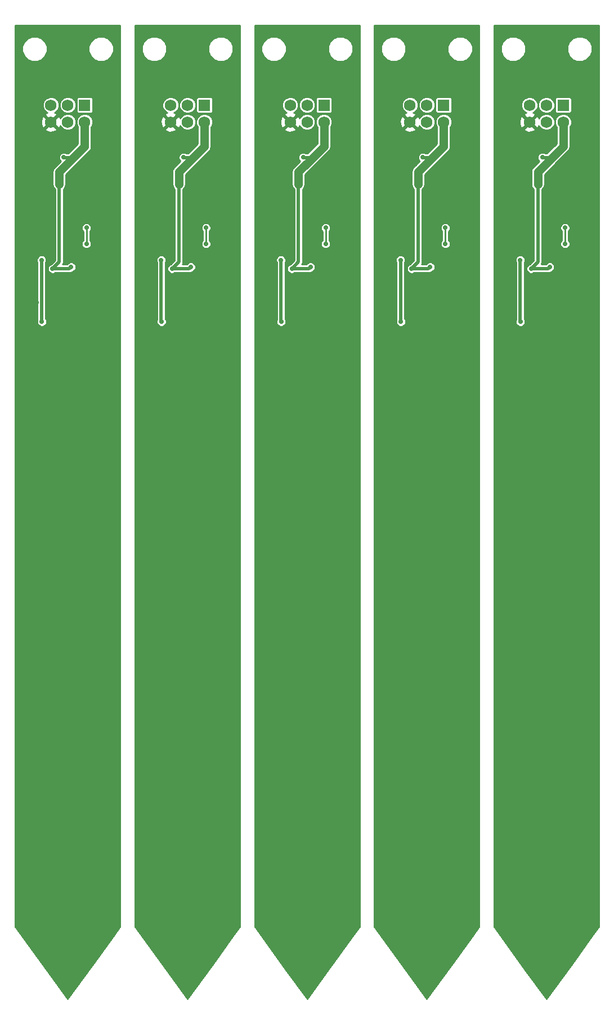
<source format=gbr>
G04 #@! TF.FileFunction,Copper,L2,Bot,Signal*
%FSLAX46Y46*%
G04 Gerber Fmt 4.6, Leading zero omitted, Abs format (unit mm)*
G04 Created by KiCad (PCBNEW (2015-05-18 BZR 5668)-product) date Fri 05 Jun 2015 08:01:52 AM EEST*
%MOMM*%
G01*
G04 APERTURE LIST*
%ADD10C,0.100000*%
%ADD11R,1.727200X1.727200*%
%ADD12C,1.727200*%
%ADD13C,0.700000*%
%ADD14C,0.508000*%
%ADD15C,0.254000*%
%ADD16C,1.270000*%
G04 APERTURE END LIST*
D10*
D11*
X168540000Y-34460000D03*
D12*
X168540000Y-37000000D03*
X166000000Y-34460000D03*
X166000000Y-37000000D03*
X163460000Y-34460000D03*
X163460000Y-37000000D03*
D11*
X168540000Y-34460000D03*
D12*
X168540000Y-37000000D03*
X166000000Y-34460000D03*
X166000000Y-37000000D03*
X163460000Y-34460000D03*
X163460000Y-37000000D03*
D11*
X150540000Y-34460000D03*
D12*
X150540000Y-37000000D03*
X148000000Y-34460000D03*
X148000000Y-37000000D03*
X145460000Y-34460000D03*
X145460000Y-37000000D03*
D11*
X114540000Y-34460000D03*
D12*
X114540000Y-37000000D03*
X112000000Y-34460000D03*
X112000000Y-37000000D03*
X109460000Y-34460000D03*
X109460000Y-37000000D03*
D11*
X96540000Y-34460000D03*
D12*
X96540000Y-37000000D03*
X94000000Y-34460000D03*
X94000000Y-37000000D03*
X91460000Y-34460000D03*
X91460000Y-37000000D03*
D11*
X132540000Y-34460000D03*
D12*
X132540000Y-37000000D03*
X130000000Y-34460000D03*
X130000000Y-37000000D03*
X127460000Y-34460000D03*
X127460000Y-37000000D03*
D13*
X132282000Y-62340000D03*
X125150000Y-61400000D03*
X124950000Y-42300000D03*
X132300000Y-64150000D03*
X125150000Y-62350000D03*
X129000000Y-161000000D03*
X134500000Y-48200000D03*
X135500000Y-48300000D03*
X135800000Y-49200000D03*
X128900000Y-67307210D03*
X125268190Y-64100000D03*
X130200000Y-46400000D03*
X130300000Y-48000000D03*
X127000000Y-63200000D03*
X126100000Y-55100000D03*
X126900000Y-54300000D03*
X127700000Y-53500000D03*
X130800000Y-52800000D03*
X131243021Y-55843021D03*
X133600000Y-57800000D03*
X134500000Y-43000000D03*
X96282000Y-62340000D03*
X89150000Y-61400000D03*
X88950000Y-42300000D03*
X96300000Y-64150000D03*
X89150000Y-62350000D03*
X93000000Y-161000000D03*
X98500000Y-48200000D03*
X99500000Y-48300000D03*
X99800000Y-49200000D03*
X92900000Y-67307210D03*
X89268190Y-64100000D03*
X94200000Y-46400000D03*
X94300000Y-48000000D03*
X91000000Y-63200000D03*
X90100000Y-55100000D03*
X90900000Y-54300000D03*
X91700000Y-53500000D03*
X94800000Y-52800000D03*
X95243021Y-55843021D03*
X97600000Y-57800000D03*
X98500000Y-43000000D03*
X114282000Y-62340000D03*
X107150000Y-61400000D03*
X106950000Y-42300000D03*
X114300000Y-64150000D03*
X107150000Y-62350000D03*
X111000000Y-161000000D03*
X116500000Y-48200000D03*
X117500000Y-48300000D03*
X117800000Y-49200000D03*
X110900000Y-67307210D03*
X107268190Y-64100000D03*
X112200000Y-46400000D03*
X112300000Y-48000000D03*
X109000000Y-63200000D03*
X108100000Y-55100000D03*
X108900000Y-54300000D03*
X109700000Y-53500000D03*
X112800000Y-52800000D03*
X113243021Y-55843021D03*
X115600000Y-57800000D03*
X116500000Y-43000000D03*
X168282000Y-62340000D03*
X161150000Y-61400000D03*
X160950000Y-42300000D03*
X168300000Y-64150000D03*
X161150000Y-62350000D03*
X165000000Y-161000000D03*
X170500000Y-48200000D03*
X171500000Y-48300000D03*
X171800000Y-49200000D03*
X164900000Y-67307210D03*
X161268190Y-64100000D03*
X166200000Y-46400000D03*
X166300000Y-48000000D03*
X163000000Y-63200000D03*
X162100000Y-55100000D03*
X162900000Y-54300000D03*
X163700000Y-53500000D03*
X166800000Y-52800000D03*
X167243021Y-55843021D03*
X169600000Y-57800000D03*
X170500000Y-43000000D03*
X168282000Y-62340000D03*
X161150000Y-61400000D03*
X160950000Y-42300000D03*
X168300000Y-64150000D03*
X161150000Y-62350000D03*
X165000000Y-161000000D03*
X170500000Y-48200000D03*
X171500000Y-48300000D03*
X171800000Y-49200000D03*
X164900000Y-67307210D03*
X161268190Y-64100000D03*
X166200000Y-46400000D03*
X166300000Y-48000000D03*
X163000000Y-63200000D03*
X162100000Y-55100000D03*
X162900000Y-54300000D03*
X163700000Y-53500000D03*
X166800000Y-52800000D03*
X167243021Y-55843021D03*
X169600000Y-57800000D03*
X170500000Y-43000000D03*
X152500000Y-43000000D03*
X151600000Y-57800000D03*
X149243021Y-55843021D03*
X148800000Y-52800000D03*
X145700000Y-53500000D03*
X144900000Y-54300000D03*
X144100000Y-55100000D03*
X145000000Y-63200000D03*
X148300000Y-48000000D03*
X148200000Y-46400000D03*
X143268190Y-64100000D03*
X146900000Y-67307210D03*
X153800000Y-49200000D03*
X153500000Y-48300000D03*
X152500000Y-48200000D03*
X147000000Y-161000000D03*
X143150000Y-62350000D03*
X150300000Y-64150000D03*
X142950000Y-42300000D03*
X143150000Y-61400000D03*
X150282000Y-62340000D03*
X128700000Y-46300000D03*
X130504000Y-58784000D03*
X127710000Y-59038000D03*
X129400000Y-42300000D03*
X92700000Y-46300000D03*
X94504000Y-58784000D03*
X91710000Y-59038000D03*
X93400000Y-42300000D03*
X110700000Y-46300000D03*
X112504000Y-58784000D03*
X109710000Y-59038000D03*
X111400000Y-42300000D03*
X164700000Y-46300000D03*
X166504000Y-58784000D03*
X163710000Y-59038000D03*
X165400000Y-42300000D03*
X164700000Y-46300000D03*
X166504000Y-58784000D03*
X163710000Y-59038000D03*
X165400000Y-42300000D03*
X147400000Y-42300000D03*
X145710000Y-59038000D03*
X148504000Y-58784000D03*
X146700000Y-46300000D03*
X126050000Y-57750002D03*
X126100000Y-67000000D03*
X90050000Y-57750002D03*
X90100000Y-67000000D03*
X108050000Y-57750002D03*
X108100000Y-67000000D03*
X162050000Y-57750002D03*
X162100000Y-67000000D03*
X162050000Y-57750002D03*
X162100000Y-67000000D03*
X144100000Y-67000000D03*
X144050000Y-57750002D03*
X132800000Y-55300000D03*
X132800000Y-52900000D03*
X96800000Y-55300000D03*
X96800000Y-52900000D03*
X114800000Y-55300000D03*
X114800000Y-52900000D03*
X168800000Y-55300000D03*
X168800000Y-52900000D03*
X168800000Y-55300000D03*
X168800000Y-52900000D03*
X150800000Y-52900000D03*
X150800000Y-55300000D03*
D14*
X125150000Y-61400000D02*
X125150000Y-62350000D01*
X132057210Y-64150000D02*
X128900000Y-67307210D01*
X132300000Y-64150000D02*
X132057210Y-64150000D01*
D15*
X125150000Y-56050000D02*
X126100000Y-55100000D01*
X125150000Y-61400000D02*
X125150000Y-56050000D01*
X126900000Y-54300000D02*
X127700000Y-53500000D01*
X130300000Y-52300000D02*
X130800000Y-52800000D01*
X130300000Y-48000000D02*
X130300000Y-52300000D01*
X130800000Y-55400000D02*
X131243021Y-55843021D01*
X130800000Y-52800000D02*
X130800000Y-55400000D01*
X133200000Y-57800000D02*
X133600000Y-57800000D01*
X131243021Y-55843021D02*
X133200000Y-57800000D01*
D14*
X134500000Y-48200000D02*
X134500000Y-43000000D01*
X89150000Y-61400000D02*
X89150000Y-62350000D01*
X96057210Y-64150000D02*
X92900000Y-67307210D01*
X96300000Y-64150000D02*
X96057210Y-64150000D01*
D15*
X89150000Y-56050000D02*
X90100000Y-55100000D01*
X89150000Y-61400000D02*
X89150000Y-56050000D01*
X90900000Y-54300000D02*
X91700000Y-53500000D01*
X94300000Y-52300000D02*
X94800000Y-52800000D01*
X94300000Y-48000000D02*
X94300000Y-52300000D01*
X94800000Y-55400000D02*
X95243021Y-55843021D01*
X94800000Y-52800000D02*
X94800000Y-55400000D01*
X97200000Y-57800000D02*
X97600000Y-57800000D01*
X95243021Y-55843021D02*
X97200000Y-57800000D01*
D14*
X98500000Y-48200000D02*
X98500000Y-43000000D01*
X107150000Y-61400000D02*
X107150000Y-62350000D01*
X114057210Y-64150000D02*
X110900000Y-67307210D01*
X114300000Y-64150000D02*
X114057210Y-64150000D01*
D15*
X107150000Y-56050000D02*
X108100000Y-55100000D01*
X107150000Y-61400000D02*
X107150000Y-56050000D01*
X108900000Y-54300000D02*
X109700000Y-53500000D01*
X112300000Y-52300000D02*
X112800000Y-52800000D01*
X112300000Y-48000000D02*
X112300000Y-52300000D01*
X112800000Y-55400000D02*
X113243021Y-55843021D01*
X112800000Y-52800000D02*
X112800000Y-55400000D01*
X115200000Y-57800000D02*
X115600000Y-57800000D01*
X113243021Y-55843021D02*
X115200000Y-57800000D01*
D14*
X116500000Y-48200000D02*
X116500000Y-43000000D01*
X161150000Y-61400000D02*
X161150000Y-62350000D01*
X168057210Y-64150000D02*
X164900000Y-67307210D01*
X168300000Y-64150000D02*
X168057210Y-64150000D01*
D15*
X161150000Y-56050000D02*
X162100000Y-55100000D01*
X161150000Y-61400000D02*
X161150000Y-56050000D01*
X162900000Y-54300000D02*
X163700000Y-53500000D01*
X166300000Y-52300000D02*
X166800000Y-52800000D01*
X166300000Y-48000000D02*
X166300000Y-52300000D01*
X166800000Y-55400000D02*
X167243021Y-55843021D01*
X166800000Y-52800000D02*
X166800000Y-55400000D01*
X169200000Y-57800000D02*
X169600000Y-57800000D01*
X167243021Y-55843021D02*
X169200000Y-57800000D01*
D14*
X170500000Y-48200000D02*
X170500000Y-43000000D01*
X161150000Y-61400000D02*
X161150000Y-62350000D01*
X168057210Y-64150000D02*
X164900000Y-67307210D01*
X168300000Y-64150000D02*
X168057210Y-64150000D01*
D15*
X161150000Y-56050000D02*
X162100000Y-55100000D01*
X161150000Y-61400000D02*
X161150000Y-56050000D01*
X162900000Y-54300000D02*
X163700000Y-53500000D01*
X166300000Y-52300000D02*
X166800000Y-52800000D01*
X166300000Y-48000000D02*
X166300000Y-52300000D01*
X166800000Y-55400000D02*
X167243021Y-55843021D01*
X166800000Y-52800000D02*
X166800000Y-55400000D01*
X169200000Y-57800000D02*
X169600000Y-57800000D01*
X167243021Y-55843021D02*
X169200000Y-57800000D01*
D14*
X170500000Y-48200000D02*
X170500000Y-43000000D01*
X152500000Y-48200000D02*
X152500000Y-43000000D01*
D15*
X149243021Y-55843021D02*
X151200000Y-57800000D01*
X151200000Y-57800000D02*
X151600000Y-57800000D01*
X148800000Y-52800000D02*
X148800000Y-55400000D01*
X148800000Y-55400000D02*
X149243021Y-55843021D01*
X148300000Y-48000000D02*
X148300000Y-52300000D01*
X148300000Y-52300000D02*
X148800000Y-52800000D01*
X144900000Y-54300000D02*
X145700000Y-53500000D01*
X143150000Y-61400000D02*
X143150000Y-56050000D01*
X143150000Y-56050000D02*
X144100000Y-55100000D01*
D14*
X150300000Y-64150000D02*
X150057210Y-64150000D01*
X150057210Y-64150000D02*
X146900000Y-67307210D01*
X143150000Y-61400000D02*
X143150000Y-62350000D01*
X127710000Y-59038000D02*
X130250000Y-59038000D01*
X130250000Y-59038000D02*
X130504000Y-58784000D01*
D16*
X128700000Y-44500000D02*
X128700000Y-46300000D01*
X132540000Y-37000000D02*
X132540000Y-40660000D01*
D14*
X129453312Y-42353312D02*
X129400000Y-42300000D01*
X130846688Y-42353312D02*
X129453312Y-42353312D01*
D16*
X132540000Y-40660000D02*
X130846688Y-42353312D01*
X130846688Y-42353312D02*
X128700000Y-44500000D01*
D14*
X128700000Y-58048000D02*
X127710000Y-59038000D01*
X128700000Y-46300000D02*
X128700000Y-58048000D01*
X91710000Y-59038000D02*
X94250000Y-59038000D01*
X94250000Y-59038000D02*
X94504000Y-58784000D01*
D16*
X92700000Y-44500000D02*
X92700000Y-46300000D01*
X96540000Y-37000000D02*
X96540000Y-40660000D01*
D14*
X93453312Y-42353312D02*
X93400000Y-42300000D01*
X94846688Y-42353312D02*
X93453312Y-42353312D01*
D16*
X96540000Y-40660000D02*
X94846688Y-42353312D01*
X94846688Y-42353312D02*
X92700000Y-44500000D01*
D14*
X92700000Y-58048000D02*
X91710000Y-59038000D01*
X92700000Y-46300000D02*
X92700000Y-58048000D01*
X109710000Y-59038000D02*
X112250000Y-59038000D01*
X112250000Y-59038000D02*
X112504000Y-58784000D01*
D16*
X110700000Y-44500000D02*
X110700000Y-46300000D01*
X114540000Y-37000000D02*
X114540000Y-40660000D01*
D14*
X111453312Y-42353312D02*
X111400000Y-42300000D01*
X112846688Y-42353312D02*
X111453312Y-42353312D01*
D16*
X114540000Y-40660000D02*
X112846688Y-42353312D01*
X112846688Y-42353312D02*
X110700000Y-44500000D01*
D14*
X110700000Y-58048000D02*
X109710000Y-59038000D01*
X110700000Y-46300000D02*
X110700000Y-58048000D01*
X163710000Y-59038000D02*
X166250000Y-59038000D01*
X166250000Y-59038000D02*
X166504000Y-58784000D01*
D16*
X164700000Y-44500000D02*
X164700000Y-46300000D01*
X168540000Y-37000000D02*
X168540000Y-40660000D01*
D14*
X165453312Y-42353312D02*
X165400000Y-42300000D01*
X166846688Y-42353312D02*
X165453312Y-42353312D01*
D16*
X168540000Y-40660000D02*
X166846688Y-42353312D01*
X166846688Y-42353312D02*
X164700000Y-44500000D01*
D14*
X164700000Y-58048000D02*
X163710000Y-59038000D01*
X164700000Y-46300000D02*
X164700000Y-58048000D01*
X163710000Y-59038000D02*
X166250000Y-59038000D01*
X166250000Y-59038000D02*
X166504000Y-58784000D01*
D16*
X164700000Y-44500000D02*
X164700000Y-46300000D01*
X168540000Y-37000000D02*
X168540000Y-40660000D01*
D14*
X165453312Y-42353312D02*
X165400000Y-42300000D01*
X166846688Y-42353312D02*
X165453312Y-42353312D01*
D16*
X168540000Y-40660000D02*
X166846688Y-42353312D01*
X166846688Y-42353312D02*
X164700000Y-44500000D01*
D14*
X164700000Y-58048000D02*
X163710000Y-59038000D01*
X164700000Y-46300000D02*
X164700000Y-58048000D01*
X146700000Y-46300000D02*
X146700000Y-58048000D01*
X146700000Y-58048000D02*
X145710000Y-59038000D01*
D16*
X148846688Y-42353312D02*
X146700000Y-44500000D01*
X150540000Y-40660000D02*
X148846688Y-42353312D01*
D14*
X148846688Y-42353312D02*
X147453312Y-42353312D01*
X147453312Y-42353312D02*
X147400000Y-42300000D01*
D16*
X150540000Y-37000000D02*
X150540000Y-40660000D01*
X146700000Y-44500000D02*
X146700000Y-46300000D01*
D14*
X148250000Y-59038000D02*
X148504000Y-58784000D01*
X145710000Y-59038000D02*
X148250000Y-59038000D01*
X126050000Y-58244976D02*
X126050000Y-57750002D01*
X126050000Y-66950000D02*
X126100000Y-67000000D01*
X126050000Y-58244976D02*
X126050000Y-66950000D01*
X90050000Y-58244976D02*
X90050000Y-57750002D01*
X90050000Y-66950000D02*
X90100000Y-67000000D01*
X90050000Y-58244976D02*
X90050000Y-66950000D01*
X108050000Y-58244976D02*
X108050000Y-57750002D01*
X108050000Y-66950000D02*
X108100000Y-67000000D01*
X108050000Y-58244976D02*
X108050000Y-66950000D01*
X162050000Y-58244976D02*
X162050000Y-57750002D01*
X162050000Y-66950000D02*
X162100000Y-67000000D01*
X162050000Y-58244976D02*
X162050000Y-66950000D01*
X162050000Y-58244976D02*
X162050000Y-57750002D01*
X162050000Y-66950000D02*
X162100000Y-67000000D01*
X162050000Y-58244976D02*
X162050000Y-66950000D01*
X144050000Y-58244976D02*
X144050000Y-66950000D01*
X144050000Y-66950000D02*
X144100000Y-67000000D01*
X144050000Y-58244976D02*
X144050000Y-57750002D01*
D15*
X132800000Y-52900000D02*
X132800000Y-55300000D01*
X96800000Y-52900000D02*
X96800000Y-55300000D01*
X114800000Y-52900000D02*
X114800000Y-55300000D01*
X168800000Y-52900000D02*
X168800000Y-55300000D01*
X168800000Y-52900000D02*
X168800000Y-55300000D01*
X150800000Y-52900000D02*
X150800000Y-55300000D01*
G36*
X173873000Y-157958702D02*
X172881195Y-159322433D01*
X172881195Y-25627513D01*
X172595453Y-24935965D01*
X172066818Y-24406406D01*
X171375769Y-24119458D01*
X170627513Y-24118805D01*
X169935965Y-24404547D01*
X169406406Y-24933182D01*
X169119458Y-25624231D01*
X169118805Y-26372487D01*
X169404547Y-27064035D01*
X169933182Y-27593594D01*
X170624231Y-27880542D01*
X171372487Y-27881195D01*
X172064035Y-27595453D01*
X172593594Y-27066818D01*
X172880542Y-26375769D01*
X172881195Y-25627513D01*
X172881195Y-159322433D01*
X169792064Y-163569988D01*
X169792064Y-35323600D01*
X169792064Y-33596400D01*
X169763878Y-33451126D01*
X169680004Y-33323444D01*
X169553384Y-33237974D01*
X169403600Y-33207936D01*
X167676400Y-33207936D01*
X167531126Y-33236122D01*
X167403444Y-33319996D01*
X167317974Y-33446616D01*
X167287936Y-33596400D01*
X167287936Y-35323600D01*
X167316122Y-35468874D01*
X167399996Y-35596556D01*
X167526616Y-35682026D01*
X167676400Y-35712064D01*
X169403600Y-35712064D01*
X169548874Y-35683878D01*
X169676556Y-35600004D01*
X169762026Y-35473384D01*
X169792064Y-35323600D01*
X169792064Y-163569988D01*
X169784815Y-163579955D01*
X169784815Y-36753520D01*
X169595736Y-36295912D01*
X169245930Y-35945495D01*
X168788652Y-35755617D01*
X168293520Y-35755185D01*
X167835912Y-35944264D01*
X167485495Y-36294070D01*
X167295617Y-36751348D01*
X167295185Y-37246480D01*
X167484264Y-37704088D01*
X167524000Y-37743893D01*
X167524000Y-40239159D01*
X167244815Y-40518344D01*
X167244815Y-36753520D01*
X167244815Y-34213520D01*
X167055736Y-33755912D01*
X166705930Y-33405495D01*
X166248652Y-33215617D01*
X165753520Y-33215185D01*
X165295912Y-33404264D01*
X164945495Y-33754070D01*
X164755617Y-34211348D01*
X164755185Y-34706480D01*
X164944264Y-35164088D01*
X165294070Y-35514505D01*
X165751348Y-35704383D01*
X166246480Y-35704815D01*
X166704088Y-35515736D01*
X167054505Y-35165930D01*
X167244383Y-34708652D01*
X167244815Y-34213520D01*
X167244815Y-36753520D01*
X167055736Y-36295912D01*
X166705930Y-35945495D01*
X166248652Y-35755617D01*
X165753520Y-35755185D01*
X165295912Y-35944264D01*
X164945495Y-36294070D01*
X164873796Y-36466739D01*
X164766516Y-36207741D01*
X164704815Y-36187734D01*
X164704815Y-34213520D01*
X164515736Y-33755912D01*
X164165930Y-33405495D01*
X163708652Y-33215617D01*
X163213520Y-33215185D01*
X162881195Y-33352498D01*
X162881195Y-25627513D01*
X162595453Y-24935965D01*
X162066818Y-24406406D01*
X161375769Y-24119458D01*
X160627513Y-24118805D01*
X159935965Y-24404547D01*
X159406406Y-24933182D01*
X159119458Y-25624231D01*
X159118805Y-26372487D01*
X159404547Y-27064035D01*
X159933182Y-27593594D01*
X160624231Y-27880542D01*
X161372487Y-27881195D01*
X162064035Y-27595453D01*
X162593594Y-27066818D01*
X162880542Y-26375769D01*
X162881195Y-25627513D01*
X162881195Y-33352498D01*
X162755912Y-33404264D01*
X162405495Y-33754070D01*
X162215617Y-34211348D01*
X162215185Y-34706480D01*
X162404264Y-35164088D01*
X162754070Y-35514505D01*
X162926739Y-35586203D01*
X162667741Y-35693484D01*
X162585800Y-35946195D01*
X163460000Y-36820395D01*
X164334200Y-35946195D01*
X164252259Y-35693484D01*
X163976542Y-35593228D01*
X164164088Y-35515736D01*
X164514505Y-35165930D01*
X164704383Y-34708652D01*
X164704815Y-34213520D01*
X164704815Y-36187734D01*
X164513805Y-36125800D01*
X163639605Y-37000000D01*
X164513805Y-37874200D01*
X164766516Y-37792259D01*
X164866771Y-37516542D01*
X164944264Y-37704088D01*
X165294070Y-38054505D01*
X165751348Y-38244383D01*
X166246480Y-38244815D01*
X166704088Y-38055736D01*
X167054505Y-37705930D01*
X167244383Y-37248652D01*
X167244815Y-36753520D01*
X167244815Y-40518344D01*
X166128270Y-41634889D01*
X166128267Y-41634892D01*
X166044847Y-41718312D01*
X165852215Y-41718312D01*
X165814619Y-41680650D01*
X165546043Y-41569127D01*
X165255233Y-41568874D01*
X164986463Y-41679927D01*
X164780650Y-41885381D01*
X164669127Y-42153957D01*
X164668874Y-42444767D01*
X164779927Y-42713537D01*
X164914657Y-42848502D01*
X164334200Y-43428959D01*
X164334200Y-38053805D01*
X163460000Y-37179605D01*
X163280395Y-37359210D01*
X163280395Y-37000000D01*
X162406195Y-36125800D01*
X162153484Y-36207741D01*
X161949752Y-36768030D01*
X161975942Y-37363635D01*
X162153484Y-37792259D01*
X162406195Y-37874200D01*
X163280395Y-37000000D01*
X163280395Y-37359210D01*
X162585800Y-38053805D01*
X162667741Y-38306516D01*
X163228030Y-38510248D01*
X163823635Y-38484058D01*
X164252259Y-38306516D01*
X164334200Y-38053805D01*
X164334200Y-43428959D01*
X163981580Y-43781580D01*
X163761338Y-44111193D01*
X163748507Y-44175700D01*
X163684000Y-44500000D01*
X163684000Y-46300000D01*
X163761338Y-46688806D01*
X163981580Y-47018420D01*
X164065000Y-47074159D01*
X164065000Y-57784974D01*
X163527515Y-58322458D01*
X163296463Y-58417927D01*
X163090650Y-58623381D01*
X162979127Y-58891957D01*
X162978874Y-59182767D01*
X163089927Y-59451537D01*
X163295381Y-59657350D01*
X163563957Y-59768873D01*
X163854767Y-59769126D01*
X164087410Y-59673000D01*
X166250000Y-59673000D01*
X166493004Y-59624664D01*
X166670180Y-59506277D01*
X166917537Y-59404073D01*
X167123350Y-59198619D01*
X167234873Y-58930043D01*
X167235126Y-58639233D01*
X167124073Y-58370463D01*
X166918619Y-58164650D01*
X166650043Y-58053127D01*
X166359233Y-58052874D01*
X166090463Y-58163927D01*
X165884650Y-58369381D01*
X165870690Y-58403000D01*
X165211830Y-58403000D01*
X165286664Y-58291005D01*
X165286664Y-58291004D01*
X165335000Y-58048000D01*
X165335000Y-47074159D01*
X165418420Y-47018420D01*
X165638662Y-46688806D01*
X165716000Y-46300000D01*
X165716000Y-44920840D01*
X167565108Y-43071733D01*
X167565108Y-43071732D01*
X167565110Y-43071729D01*
X169258420Y-41378420D01*
X169258421Y-41378420D01*
X169478662Y-41048807D01*
X169478662Y-41048806D01*
X169491492Y-40984299D01*
X169555999Y-40660000D01*
X169556000Y-40660000D01*
X169556000Y-37744367D01*
X169594505Y-37705930D01*
X169784383Y-37248652D01*
X169784815Y-36753520D01*
X169784815Y-163579955D01*
X169531126Y-163928778D01*
X169531126Y-55155233D01*
X169420073Y-54886463D01*
X169308000Y-54774194D01*
X169308000Y-53425774D01*
X169419350Y-53314619D01*
X169530873Y-53046043D01*
X169531126Y-52755233D01*
X169420073Y-52486463D01*
X169214619Y-52280650D01*
X168946043Y-52169127D01*
X168655233Y-52168874D01*
X168386463Y-52279927D01*
X168180650Y-52485381D01*
X168069127Y-52753957D01*
X168068874Y-53044767D01*
X168179927Y-53313537D01*
X168292000Y-53425805D01*
X168292000Y-54774225D01*
X168180650Y-54885381D01*
X168069127Y-55153957D01*
X168068874Y-55444767D01*
X168179927Y-55713537D01*
X168385381Y-55919350D01*
X168653957Y-56030873D01*
X168944767Y-56031126D01*
X169213537Y-55920073D01*
X169419350Y-55714619D01*
X169530873Y-55446043D01*
X169531126Y-55155233D01*
X169531126Y-163928778D01*
X166000000Y-168784076D01*
X162831126Y-164426874D01*
X162831126Y-66855233D01*
X162720073Y-66586463D01*
X162685000Y-66551328D01*
X162685000Y-58244976D01*
X162685000Y-58126931D01*
X162780873Y-57896045D01*
X162781126Y-57605235D01*
X162670073Y-57336465D01*
X162464619Y-57130652D01*
X162196043Y-57019129D01*
X161905233Y-57018876D01*
X161636463Y-57129929D01*
X161430650Y-57335383D01*
X161319127Y-57603959D01*
X161318874Y-57894769D01*
X161415000Y-58127412D01*
X161415000Y-58244976D01*
X161415000Y-66743483D01*
X161369127Y-66853957D01*
X161368874Y-67144767D01*
X161479927Y-67413537D01*
X161685381Y-67619350D01*
X161953957Y-67730873D01*
X162244767Y-67731126D01*
X162513537Y-67620073D01*
X162719350Y-67414619D01*
X162830873Y-67146043D01*
X162831126Y-66855233D01*
X162831126Y-164426874D01*
X158127000Y-157958702D01*
X158127000Y-22431000D01*
X173873000Y-22431000D01*
X173873000Y-157958702D01*
X173873000Y-157958702D01*
G37*
X173873000Y-157958702D02*
X172881195Y-159322433D01*
X172881195Y-25627513D01*
X172595453Y-24935965D01*
X172066818Y-24406406D01*
X171375769Y-24119458D01*
X170627513Y-24118805D01*
X169935965Y-24404547D01*
X169406406Y-24933182D01*
X169119458Y-25624231D01*
X169118805Y-26372487D01*
X169404547Y-27064035D01*
X169933182Y-27593594D01*
X170624231Y-27880542D01*
X171372487Y-27881195D01*
X172064035Y-27595453D01*
X172593594Y-27066818D01*
X172880542Y-26375769D01*
X172881195Y-25627513D01*
X172881195Y-159322433D01*
X169792064Y-163569988D01*
X169792064Y-35323600D01*
X169792064Y-33596400D01*
X169763878Y-33451126D01*
X169680004Y-33323444D01*
X169553384Y-33237974D01*
X169403600Y-33207936D01*
X167676400Y-33207936D01*
X167531126Y-33236122D01*
X167403444Y-33319996D01*
X167317974Y-33446616D01*
X167287936Y-33596400D01*
X167287936Y-35323600D01*
X167316122Y-35468874D01*
X167399996Y-35596556D01*
X167526616Y-35682026D01*
X167676400Y-35712064D01*
X169403600Y-35712064D01*
X169548874Y-35683878D01*
X169676556Y-35600004D01*
X169762026Y-35473384D01*
X169792064Y-35323600D01*
X169792064Y-163569988D01*
X169784815Y-163579955D01*
X169784815Y-36753520D01*
X169595736Y-36295912D01*
X169245930Y-35945495D01*
X168788652Y-35755617D01*
X168293520Y-35755185D01*
X167835912Y-35944264D01*
X167485495Y-36294070D01*
X167295617Y-36751348D01*
X167295185Y-37246480D01*
X167484264Y-37704088D01*
X167524000Y-37743893D01*
X167524000Y-40239159D01*
X167244815Y-40518344D01*
X167244815Y-36753520D01*
X167244815Y-34213520D01*
X167055736Y-33755912D01*
X166705930Y-33405495D01*
X166248652Y-33215617D01*
X165753520Y-33215185D01*
X165295912Y-33404264D01*
X164945495Y-33754070D01*
X164755617Y-34211348D01*
X164755185Y-34706480D01*
X164944264Y-35164088D01*
X165294070Y-35514505D01*
X165751348Y-35704383D01*
X166246480Y-35704815D01*
X166704088Y-35515736D01*
X167054505Y-35165930D01*
X167244383Y-34708652D01*
X167244815Y-34213520D01*
X167244815Y-36753520D01*
X167055736Y-36295912D01*
X166705930Y-35945495D01*
X166248652Y-35755617D01*
X165753520Y-35755185D01*
X165295912Y-35944264D01*
X164945495Y-36294070D01*
X164873796Y-36466739D01*
X164766516Y-36207741D01*
X164704815Y-36187734D01*
X164704815Y-34213520D01*
X164515736Y-33755912D01*
X164165930Y-33405495D01*
X163708652Y-33215617D01*
X163213520Y-33215185D01*
X162881195Y-33352498D01*
X162881195Y-25627513D01*
X162595453Y-24935965D01*
X162066818Y-24406406D01*
X161375769Y-24119458D01*
X160627513Y-24118805D01*
X159935965Y-24404547D01*
X159406406Y-24933182D01*
X159119458Y-25624231D01*
X159118805Y-26372487D01*
X159404547Y-27064035D01*
X159933182Y-27593594D01*
X160624231Y-27880542D01*
X161372487Y-27881195D01*
X162064035Y-27595453D01*
X162593594Y-27066818D01*
X162880542Y-26375769D01*
X162881195Y-25627513D01*
X162881195Y-33352498D01*
X162755912Y-33404264D01*
X162405495Y-33754070D01*
X162215617Y-34211348D01*
X162215185Y-34706480D01*
X162404264Y-35164088D01*
X162754070Y-35514505D01*
X162926739Y-35586203D01*
X162667741Y-35693484D01*
X162585800Y-35946195D01*
X163460000Y-36820395D01*
X164334200Y-35946195D01*
X164252259Y-35693484D01*
X163976542Y-35593228D01*
X164164088Y-35515736D01*
X164514505Y-35165930D01*
X164704383Y-34708652D01*
X164704815Y-34213520D01*
X164704815Y-36187734D01*
X164513805Y-36125800D01*
X163639605Y-37000000D01*
X164513805Y-37874200D01*
X164766516Y-37792259D01*
X164866771Y-37516542D01*
X164944264Y-37704088D01*
X165294070Y-38054505D01*
X165751348Y-38244383D01*
X166246480Y-38244815D01*
X166704088Y-38055736D01*
X167054505Y-37705930D01*
X167244383Y-37248652D01*
X167244815Y-36753520D01*
X167244815Y-40518344D01*
X166128270Y-41634889D01*
X166128267Y-41634892D01*
X166044847Y-41718312D01*
X165852215Y-41718312D01*
X165814619Y-41680650D01*
X165546043Y-41569127D01*
X165255233Y-41568874D01*
X164986463Y-41679927D01*
X164780650Y-41885381D01*
X164669127Y-42153957D01*
X164668874Y-42444767D01*
X164779927Y-42713537D01*
X164914657Y-42848502D01*
X164334200Y-43428959D01*
X164334200Y-38053805D01*
X163460000Y-37179605D01*
X163280395Y-37359210D01*
X163280395Y-37000000D01*
X162406195Y-36125800D01*
X162153484Y-36207741D01*
X161949752Y-36768030D01*
X161975942Y-37363635D01*
X162153484Y-37792259D01*
X162406195Y-37874200D01*
X163280395Y-37000000D01*
X163280395Y-37359210D01*
X162585800Y-38053805D01*
X162667741Y-38306516D01*
X163228030Y-38510248D01*
X163823635Y-38484058D01*
X164252259Y-38306516D01*
X164334200Y-38053805D01*
X164334200Y-43428959D01*
X163981580Y-43781580D01*
X163761338Y-44111193D01*
X163748507Y-44175700D01*
X163684000Y-44500000D01*
X163684000Y-46300000D01*
X163761338Y-46688806D01*
X163981580Y-47018420D01*
X164065000Y-47074159D01*
X164065000Y-57784974D01*
X163527515Y-58322458D01*
X163296463Y-58417927D01*
X163090650Y-58623381D01*
X162979127Y-58891957D01*
X162978874Y-59182767D01*
X163089927Y-59451537D01*
X163295381Y-59657350D01*
X163563957Y-59768873D01*
X163854767Y-59769126D01*
X164087410Y-59673000D01*
X166250000Y-59673000D01*
X166493004Y-59624664D01*
X166670180Y-59506277D01*
X166917537Y-59404073D01*
X167123350Y-59198619D01*
X167234873Y-58930043D01*
X167235126Y-58639233D01*
X167124073Y-58370463D01*
X166918619Y-58164650D01*
X166650043Y-58053127D01*
X166359233Y-58052874D01*
X166090463Y-58163927D01*
X165884650Y-58369381D01*
X165870690Y-58403000D01*
X165211830Y-58403000D01*
X165286664Y-58291005D01*
X165286664Y-58291004D01*
X165335000Y-58048000D01*
X165335000Y-47074159D01*
X165418420Y-47018420D01*
X165638662Y-46688806D01*
X165716000Y-46300000D01*
X165716000Y-44920840D01*
X167565108Y-43071733D01*
X167565108Y-43071732D01*
X167565110Y-43071729D01*
X169258420Y-41378420D01*
X169258421Y-41378420D01*
X169478662Y-41048807D01*
X169478662Y-41048806D01*
X169491492Y-40984299D01*
X169555999Y-40660000D01*
X169556000Y-40660000D01*
X169556000Y-37744367D01*
X169594505Y-37705930D01*
X169784383Y-37248652D01*
X169784815Y-36753520D01*
X169784815Y-163579955D01*
X169531126Y-163928778D01*
X169531126Y-55155233D01*
X169420073Y-54886463D01*
X169308000Y-54774194D01*
X169308000Y-53425774D01*
X169419350Y-53314619D01*
X169530873Y-53046043D01*
X169531126Y-52755233D01*
X169420073Y-52486463D01*
X169214619Y-52280650D01*
X168946043Y-52169127D01*
X168655233Y-52168874D01*
X168386463Y-52279927D01*
X168180650Y-52485381D01*
X168069127Y-52753957D01*
X168068874Y-53044767D01*
X168179927Y-53313537D01*
X168292000Y-53425805D01*
X168292000Y-54774225D01*
X168180650Y-54885381D01*
X168069127Y-55153957D01*
X168068874Y-55444767D01*
X168179927Y-55713537D01*
X168385381Y-55919350D01*
X168653957Y-56030873D01*
X168944767Y-56031126D01*
X169213537Y-55920073D01*
X169419350Y-55714619D01*
X169530873Y-55446043D01*
X169531126Y-55155233D01*
X169531126Y-163928778D01*
X166000000Y-168784076D01*
X162831126Y-164426874D01*
X162831126Y-66855233D01*
X162720073Y-66586463D01*
X162685000Y-66551328D01*
X162685000Y-58244976D01*
X162685000Y-58126931D01*
X162780873Y-57896045D01*
X162781126Y-57605235D01*
X162670073Y-57336465D01*
X162464619Y-57130652D01*
X162196043Y-57019129D01*
X161905233Y-57018876D01*
X161636463Y-57129929D01*
X161430650Y-57335383D01*
X161319127Y-57603959D01*
X161318874Y-57894769D01*
X161415000Y-58127412D01*
X161415000Y-58244976D01*
X161415000Y-66743483D01*
X161369127Y-66853957D01*
X161368874Y-67144767D01*
X161479927Y-67413537D01*
X161685381Y-67619350D01*
X161953957Y-67730873D01*
X162244767Y-67731126D01*
X162513537Y-67620073D01*
X162719350Y-67414619D01*
X162830873Y-67146043D01*
X162831126Y-66855233D01*
X162831126Y-164426874D01*
X158127000Y-157958702D01*
X158127000Y-22431000D01*
X173873000Y-22431000D01*
X173873000Y-157958702D01*
G36*
X173873000Y-157958702D02*
X172881195Y-159322433D01*
X172881195Y-25627513D01*
X172595453Y-24935965D01*
X172066818Y-24406406D01*
X171375769Y-24119458D01*
X170627513Y-24118805D01*
X169935965Y-24404547D01*
X169406406Y-24933182D01*
X169119458Y-25624231D01*
X169118805Y-26372487D01*
X169404547Y-27064035D01*
X169933182Y-27593594D01*
X170624231Y-27880542D01*
X171372487Y-27881195D01*
X172064035Y-27595453D01*
X172593594Y-27066818D01*
X172880542Y-26375769D01*
X172881195Y-25627513D01*
X172881195Y-159322433D01*
X169792064Y-163569988D01*
X169792064Y-35323600D01*
X169792064Y-33596400D01*
X169763878Y-33451126D01*
X169680004Y-33323444D01*
X169553384Y-33237974D01*
X169403600Y-33207936D01*
X167676400Y-33207936D01*
X167531126Y-33236122D01*
X167403444Y-33319996D01*
X167317974Y-33446616D01*
X167287936Y-33596400D01*
X167287936Y-35323600D01*
X167316122Y-35468874D01*
X167399996Y-35596556D01*
X167526616Y-35682026D01*
X167676400Y-35712064D01*
X169403600Y-35712064D01*
X169548874Y-35683878D01*
X169676556Y-35600004D01*
X169762026Y-35473384D01*
X169792064Y-35323600D01*
X169792064Y-163569988D01*
X169784815Y-163579955D01*
X169784815Y-36753520D01*
X169595736Y-36295912D01*
X169245930Y-35945495D01*
X168788652Y-35755617D01*
X168293520Y-35755185D01*
X167835912Y-35944264D01*
X167485495Y-36294070D01*
X167295617Y-36751348D01*
X167295185Y-37246480D01*
X167484264Y-37704088D01*
X167524000Y-37743893D01*
X167524000Y-40239159D01*
X167244815Y-40518344D01*
X167244815Y-36753520D01*
X167244815Y-34213520D01*
X167055736Y-33755912D01*
X166705930Y-33405495D01*
X166248652Y-33215617D01*
X165753520Y-33215185D01*
X165295912Y-33404264D01*
X164945495Y-33754070D01*
X164755617Y-34211348D01*
X164755185Y-34706480D01*
X164944264Y-35164088D01*
X165294070Y-35514505D01*
X165751348Y-35704383D01*
X166246480Y-35704815D01*
X166704088Y-35515736D01*
X167054505Y-35165930D01*
X167244383Y-34708652D01*
X167244815Y-34213520D01*
X167244815Y-36753520D01*
X167055736Y-36295912D01*
X166705930Y-35945495D01*
X166248652Y-35755617D01*
X165753520Y-35755185D01*
X165295912Y-35944264D01*
X164945495Y-36294070D01*
X164873796Y-36466739D01*
X164766516Y-36207741D01*
X164704815Y-36187734D01*
X164704815Y-34213520D01*
X164515736Y-33755912D01*
X164165930Y-33405495D01*
X163708652Y-33215617D01*
X163213520Y-33215185D01*
X162881195Y-33352498D01*
X162881195Y-25627513D01*
X162595453Y-24935965D01*
X162066818Y-24406406D01*
X161375769Y-24119458D01*
X160627513Y-24118805D01*
X159935965Y-24404547D01*
X159406406Y-24933182D01*
X159119458Y-25624231D01*
X159118805Y-26372487D01*
X159404547Y-27064035D01*
X159933182Y-27593594D01*
X160624231Y-27880542D01*
X161372487Y-27881195D01*
X162064035Y-27595453D01*
X162593594Y-27066818D01*
X162880542Y-26375769D01*
X162881195Y-25627513D01*
X162881195Y-33352498D01*
X162755912Y-33404264D01*
X162405495Y-33754070D01*
X162215617Y-34211348D01*
X162215185Y-34706480D01*
X162404264Y-35164088D01*
X162754070Y-35514505D01*
X162926739Y-35586203D01*
X162667741Y-35693484D01*
X162585800Y-35946195D01*
X163460000Y-36820395D01*
X164334200Y-35946195D01*
X164252259Y-35693484D01*
X163976542Y-35593228D01*
X164164088Y-35515736D01*
X164514505Y-35165930D01*
X164704383Y-34708652D01*
X164704815Y-34213520D01*
X164704815Y-36187734D01*
X164513805Y-36125800D01*
X163639605Y-37000000D01*
X164513805Y-37874200D01*
X164766516Y-37792259D01*
X164866771Y-37516542D01*
X164944264Y-37704088D01*
X165294070Y-38054505D01*
X165751348Y-38244383D01*
X166246480Y-38244815D01*
X166704088Y-38055736D01*
X167054505Y-37705930D01*
X167244383Y-37248652D01*
X167244815Y-36753520D01*
X167244815Y-40518344D01*
X166128270Y-41634889D01*
X166128267Y-41634892D01*
X166044847Y-41718312D01*
X165852215Y-41718312D01*
X165814619Y-41680650D01*
X165546043Y-41569127D01*
X165255233Y-41568874D01*
X164986463Y-41679927D01*
X164780650Y-41885381D01*
X164669127Y-42153957D01*
X164668874Y-42444767D01*
X164779927Y-42713537D01*
X164914657Y-42848502D01*
X164334200Y-43428959D01*
X164334200Y-38053805D01*
X163460000Y-37179605D01*
X163280395Y-37359210D01*
X163280395Y-37000000D01*
X162406195Y-36125800D01*
X162153484Y-36207741D01*
X161949752Y-36768030D01*
X161975942Y-37363635D01*
X162153484Y-37792259D01*
X162406195Y-37874200D01*
X163280395Y-37000000D01*
X163280395Y-37359210D01*
X162585800Y-38053805D01*
X162667741Y-38306516D01*
X163228030Y-38510248D01*
X163823635Y-38484058D01*
X164252259Y-38306516D01*
X164334200Y-38053805D01*
X164334200Y-43428959D01*
X163981580Y-43781580D01*
X163761338Y-44111193D01*
X163748507Y-44175700D01*
X163684000Y-44500000D01*
X163684000Y-46300000D01*
X163761338Y-46688806D01*
X163981580Y-47018420D01*
X164065000Y-47074159D01*
X164065000Y-57784974D01*
X163527515Y-58322458D01*
X163296463Y-58417927D01*
X163090650Y-58623381D01*
X162979127Y-58891957D01*
X162978874Y-59182767D01*
X163089927Y-59451537D01*
X163295381Y-59657350D01*
X163563957Y-59768873D01*
X163854767Y-59769126D01*
X164087410Y-59673000D01*
X166250000Y-59673000D01*
X166493004Y-59624664D01*
X166670180Y-59506277D01*
X166917537Y-59404073D01*
X167123350Y-59198619D01*
X167234873Y-58930043D01*
X167235126Y-58639233D01*
X167124073Y-58370463D01*
X166918619Y-58164650D01*
X166650043Y-58053127D01*
X166359233Y-58052874D01*
X166090463Y-58163927D01*
X165884650Y-58369381D01*
X165870690Y-58403000D01*
X165211830Y-58403000D01*
X165286664Y-58291005D01*
X165286664Y-58291004D01*
X165335000Y-58048000D01*
X165335000Y-47074159D01*
X165418420Y-47018420D01*
X165638662Y-46688806D01*
X165716000Y-46300000D01*
X165716000Y-44920840D01*
X167565108Y-43071733D01*
X167565108Y-43071732D01*
X167565110Y-43071729D01*
X169258420Y-41378420D01*
X169258421Y-41378420D01*
X169478662Y-41048807D01*
X169478662Y-41048806D01*
X169491492Y-40984299D01*
X169555999Y-40660000D01*
X169556000Y-40660000D01*
X169556000Y-37744367D01*
X169594505Y-37705930D01*
X169784383Y-37248652D01*
X169784815Y-36753520D01*
X169784815Y-163579955D01*
X169531126Y-163928778D01*
X169531126Y-55155233D01*
X169420073Y-54886463D01*
X169308000Y-54774194D01*
X169308000Y-53425774D01*
X169419350Y-53314619D01*
X169530873Y-53046043D01*
X169531126Y-52755233D01*
X169420073Y-52486463D01*
X169214619Y-52280650D01*
X168946043Y-52169127D01*
X168655233Y-52168874D01*
X168386463Y-52279927D01*
X168180650Y-52485381D01*
X168069127Y-52753957D01*
X168068874Y-53044767D01*
X168179927Y-53313537D01*
X168292000Y-53425805D01*
X168292000Y-54774225D01*
X168180650Y-54885381D01*
X168069127Y-55153957D01*
X168068874Y-55444767D01*
X168179927Y-55713537D01*
X168385381Y-55919350D01*
X168653957Y-56030873D01*
X168944767Y-56031126D01*
X169213537Y-55920073D01*
X169419350Y-55714619D01*
X169530873Y-55446043D01*
X169531126Y-55155233D01*
X169531126Y-163928778D01*
X166000000Y-168784076D01*
X162831126Y-164426874D01*
X162831126Y-66855233D01*
X162720073Y-66586463D01*
X162685000Y-66551328D01*
X162685000Y-58244976D01*
X162685000Y-58126931D01*
X162780873Y-57896045D01*
X162781126Y-57605235D01*
X162670073Y-57336465D01*
X162464619Y-57130652D01*
X162196043Y-57019129D01*
X161905233Y-57018876D01*
X161636463Y-57129929D01*
X161430650Y-57335383D01*
X161319127Y-57603959D01*
X161318874Y-57894769D01*
X161415000Y-58127412D01*
X161415000Y-58244976D01*
X161415000Y-66743483D01*
X161369127Y-66853957D01*
X161368874Y-67144767D01*
X161479927Y-67413537D01*
X161685381Y-67619350D01*
X161953957Y-67730873D01*
X162244767Y-67731126D01*
X162513537Y-67620073D01*
X162719350Y-67414619D01*
X162830873Y-67146043D01*
X162831126Y-66855233D01*
X162831126Y-164426874D01*
X158127000Y-157958702D01*
X158127000Y-22431000D01*
X173873000Y-22431000D01*
X173873000Y-157958702D01*
X173873000Y-157958702D01*
G37*
X173873000Y-157958702D02*
X172881195Y-159322433D01*
X172881195Y-25627513D01*
X172595453Y-24935965D01*
X172066818Y-24406406D01*
X171375769Y-24119458D01*
X170627513Y-24118805D01*
X169935965Y-24404547D01*
X169406406Y-24933182D01*
X169119458Y-25624231D01*
X169118805Y-26372487D01*
X169404547Y-27064035D01*
X169933182Y-27593594D01*
X170624231Y-27880542D01*
X171372487Y-27881195D01*
X172064035Y-27595453D01*
X172593594Y-27066818D01*
X172880542Y-26375769D01*
X172881195Y-25627513D01*
X172881195Y-159322433D01*
X169792064Y-163569988D01*
X169792064Y-35323600D01*
X169792064Y-33596400D01*
X169763878Y-33451126D01*
X169680004Y-33323444D01*
X169553384Y-33237974D01*
X169403600Y-33207936D01*
X167676400Y-33207936D01*
X167531126Y-33236122D01*
X167403444Y-33319996D01*
X167317974Y-33446616D01*
X167287936Y-33596400D01*
X167287936Y-35323600D01*
X167316122Y-35468874D01*
X167399996Y-35596556D01*
X167526616Y-35682026D01*
X167676400Y-35712064D01*
X169403600Y-35712064D01*
X169548874Y-35683878D01*
X169676556Y-35600004D01*
X169762026Y-35473384D01*
X169792064Y-35323600D01*
X169792064Y-163569988D01*
X169784815Y-163579955D01*
X169784815Y-36753520D01*
X169595736Y-36295912D01*
X169245930Y-35945495D01*
X168788652Y-35755617D01*
X168293520Y-35755185D01*
X167835912Y-35944264D01*
X167485495Y-36294070D01*
X167295617Y-36751348D01*
X167295185Y-37246480D01*
X167484264Y-37704088D01*
X167524000Y-37743893D01*
X167524000Y-40239159D01*
X167244815Y-40518344D01*
X167244815Y-36753520D01*
X167244815Y-34213520D01*
X167055736Y-33755912D01*
X166705930Y-33405495D01*
X166248652Y-33215617D01*
X165753520Y-33215185D01*
X165295912Y-33404264D01*
X164945495Y-33754070D01*
X164755617Y-34211348D01*
X164755185Y-34706480D01*
X164944264Y-35164088D01*
X165294070Y-35514505D01*
X165751348Y-35704383D01*
X166246480Y-35704815D01*
X166704088Y-35515736D01*
X167054505Y-35165930D01*
X167244383Y-34708652D01*
X167244815Y-34213520D01*
X167244815Y-36753520D01*
X167055736Y-36295912D01*
X166705930Y-35945495D01*
X166248652Y-35755617D01*
X165753520Y-35755185D01*
X165295912Y-35944264D01*
X164945495Y-36294070D01*
X164873796Y-36466739D01*
X164766516Y-36207741D01*
X164704815Y-36187734D01*
X164704815Y-34213520D01*
X164515736Y-33755912D01*
X164165930Y-33405495D01*
X163708652Y-33215617D01*
X163213520Y-33215185D01*
X162881195Y-33352498D01*
X162881195Y-25627513D01*
X162595453Y-24935965D01*
X162066818Y-24406406D01*
X161375769Y-24119458D01*
X160627513Y-24118805D01*
X159935965Y-24404547D01*
X159406406Y-24933182D01*
X159119458Y-25624231D01*
X159118805Y-26372487D01*
X159404547Y-27064035D01*
X159933182Y-27593594D01*
X160624231Y-27880542D01*
X161372487Y-27881195D01*
X162064035Y-27595453D01*
X162593594Y-27066818D01*
X162880542Y-26375769D01*
X162881195Y-25627513D01*
X162881195Y-33352498D01*
X162755912Y-33404264D01*
X162405495Y-33754070D01*
X162215617Y-34211348D01*
X162215185Y-34706480D01*
X162404264Y-35164088D01*
X162754070Y-35514505D01*
X162926739Y-35586203D01*
X162667741Y-35693484D01*
X162585800Y-35946195D01*
X163460000Y-36820395D01*
X164334200Y-35946195D01*
X164252259Y-35693484D01*
X163976542Y-35593228D01*
X164164088Y-35515736D01*
X164514505Y-35165930D01*
X164704383Y-34708652D01*
X164704815Y-34213520D01*
X164704815Y-36187734D01*
X164513805Y-36125800D01*
X163639605Y-37000000D01*
X164513805Y-37874200D01*
X164766516Y-37792259D01*
X164866771Y-37516542D01*
X164944264Y-37704088D01*
X165294070Y-38054505D01*
X165751348Y-38244383D01*
X166246480Y-38244815D01*
X166704088Y-38055736D01*
X167054505Y-37705930D01*
X167244383Y-37248652D01*
X167244815Y-36753520D01*
X167244815Y-40518344D01*
X166128270Y-41634889D01*
X166128267Y-41634892D01*
X166044847Y-41718312D01*
X165852215Y-41718312D01*
X165814619Y-41680650D01*
X165546043Y-41569127D01*
X165255233Y-41568874D01*
X164986463Y-41679927D01*
X164780650Y-41885381D01*
X164669127Y-42153957D01*
X164668874Y-42444767D01*
X164779927Y-42713537D01*
X164914657Y-42848502D01*
X164334200Y-43428959D01*
X164334200Y-38053805D01*
X163460000Y-37179605D01*
X163280395Y-37359210D01*
X163280395Y-37000000D01*
X162406195Y-36125800D01*
X162153484Y-36207741D01*
X161949752Y-36768030D01*
X161975942Y-37363635D01*
X162153484Y-37792259D01*
X162406195Y-37874200D01*
X163280395Y-37000000D01*
X163280395Y-37359210D01*
X162585800Y-38053805D01*
X162667741Y-38306516D01*
X163228030Y-38510248D01*
X163823635Y-38484058D01*
X164252259Y-38306516D01*
X164334200Y-38053805D01*
X164334200Y-43428959D01*
X163981580Y-43781580D01*
X163761338Y-44111193D01*
X163748507Y-44175700D01*
X163684000Y-44500000D01*
X163684000Y-46300000D01*
X163761338Y-46688806D01*
X163981580Y-47018420D01*
X164065000Y-47074159D01*
X164065000Y-57784974D01*
X163527515Y-58322458D01*
X163296463Y-58417927D01*
X163090650Y-58623381D01*
X162979127Y-58891957D01*
X162978874Y-59182767D01*
X163089927Y-59451537D01*
X163295381Y-59657350D01*
X163563957Y-59768873D01*
X163854767Y-59769126D01*
X164087410Y-59673000D01*
X166250000Y-59673000D01*
X166493004Y-59624664D01*
X166670180Y-59506277D01*
X166917537Y-59404073D01*
X167123350Y-59198619D01*
X167234873Y-58930043D01*
X167235126Y-58639233D01*
X167124073Y-58370463D01*
X166918619Y-58164650D01*
X166650043Y-58053127D01*
X166359233Y-58052874D01*
X166090463Y-58163927D01*
X165884650Y-58369381D01*
X165870690Y-58403000D01*
X165211830Y-58403000D01*
X165286664Y-58291005D01*
X165286664Y-58291004D01*
X165335000Y-58048000D01*
X165335000Y-47074159D01*
X165418420Y-47018420D01*
X165638662Y-46688806D01*
X165716000Y-46300000D01*
X165716000Y-44920840D01*
X167565108Y-43071733D01*
X167565108Y-43071732D01*
X167565110Y-43071729D01*
X169258420Y-41378420D01*
X169258421Y-41378420D01*
X169478662Y-41048807D01*
X169478662Y-41048806D01*
X169491492Y-40984299D01*
X169555999Y-40660000D01*
X169556000Y-40660000D01*
X169556000Y-37744367D01*
X169594505Y-37705930D01*
X169784383Y-37248652D01*
X169784815Y-36753520D01*
X169784815Y-163579955D01*
X169531126Y-163928778D01*
X169531126Y-55155233D01*
X169420073Y-54886463D01*
X169308000Y-54774194D01*
X169308000Y-53425774D01*
X169419350Y-53314619D01*
X169530873Y-53046043D01*
X169531126Y-52755233D01*
X169420073Y-52486463D01*
X169214619Y-52280650D01*
X168946043Y-52169127D01*
X168655233Y-52168874D01*
X168386463Y-52279927D01*
X168180650Y-52485381D01*
X168069127Y-52753957D01*
X168068874Y-53044767D01*
X168179927Y-53313537D01*
X168292000Y-53425805D01*
X168292000Y-54774225D01*
X168180650Y-54885381D01*
X168069127Y-55153957D01*
X168068874Y-55444767D01*
X168179927Y-55713537D01*
X168385381Y-55919350D01*
X168653957Y-56030873D01*
X168944767Y-56031126D01*
X169213537Y-55920073D01*
X169419350Y-55714619D01*
X169530873Y-55446043D01*
X169531126Y-55155233D01*
X169531126Y-163928778D01*
X166000000Y-168784076D01*
X162831126Y-164426874D01*
X162831126Y-66855233D01*
X162720073Y-66586463D01*
X162685000Y-66551328D01*
X162685000Y-58244976D01*
X162685000Y-58126931D01*
X162780873Y-57896045D01*
X162781126Y-57605235D01*
X162670073Y-57336465D01*
X162464619Y-57130652D01*
X162196043Y-57019129D01*
X161905233Y-57018876D01*
X161636463Y-57129929D01*
X161430650Y-57335383D01*
X161319127Y-57603959D01*
X161318874Y-57894769D01*
X161415000Y-58127412D01*
X161415000Y-58244976D01*
X161415000Y-66743483D01*
X161369127Y-66853957D01*
X161368874Y-67144767D01*
X161479927Y-67413537D01*
X161685381Y-67619350D01*
X161953957Y-67730873D01*
X162244767Y-67731126D01*
X162513537Y-67620073D01*
X162719350Y-67414619D01*
X162830873Y-67146043D01*
X162831126Y-66855233D01*
X162831126Y-164426874D01*
X158127000Y-157958702D01*
X158127000Y-22431000D01*
X173873000Y-22431000D01*
X173873000Y-157958702D01*
G36*
X155873000Y-157958702D02*
X154881195Y-159322433D01*
X154881195Y-25627513D01*
X154595453Y-24935965D01*
X154066818Y-24406406D01*
X153375769Y-24119458D01*
X152627513Y-24118805D01*
X151935965Y-24404547D01*
X151406406Y-24933182D01*
X151119458Y-25624231D01*
X151118805Y-26372487D01*
X151404547Y-27064035D01*
X151933182Y-27593594D01*
X152624231Y-27880542D01*
X153372487Y-27881195D01*
X154064035Y-27595453D01*
X154593594Y-27066818D01*
X154880542Y-26375769D01*
X154881195Y-25627513D01*
X154881195Y-159322433D01*
X151792064Y-163569988D01*
X151792064Y-35323600D01*
X151792064Y-33596400D01*
X151763878Y-33451126D01*
X151680004Y-33323444D01*
X151553384Y-33237974D01*
X151403600Y-33207936D01*
X149676400Y-33207936D01*
X149531126Y-33236122D01*
X149403444Y-33319996D01*
X149317974Y-33446616D01*
X149287936Y-33596400D01*
X149287936Y-35323600D01*
X149316122Y-35468874D01*
X149399996Y-35596556D01*
X149526616Y-35682026D01*
X149676400Y-35712064D01*
X151403600Y-35712064D01*
X151548874Y-35683878D01*
X151676556Y-35600004D01*
X151762026Y-35473384D01*
X151792064Y-35323600D01*
X151792064Y-163569988D01*
X151784815Y-163579955D01*
X151784815Y-36753520D01*
X151595736Y-36295912D01*
X151245930Y-35945495D01*
X150788652Y-35755617D01*
X150293520Y-35755185D01*
X149835912Y-35944264D01*
X149485495Y-36294070D01*
X149295617Y-36751348D01*
X149295185Y-37246480D01*
X149484264Y-37704088D01*
X149524000Y-37743893D01*
X149524000Y-40239159D01*
X149244815Y-40518344D01*
X149244815Y-36753520D01*
X149244815Y-34213520D01*
X149055736Y-33755912D01*
X148705930Y-33405495D01*
X148248652Y-33215617D01*
X147753520Y-33215185D01*
X147295912Y-33404264D01*
X146945495Y-33754070D01*
X146755617Y-34211348D01*
X146755185Y-34706480D01*
X146944264Y-35164088D01*
X147294070Y-35514505D01*
X147751348Y-35704383D01*
X148246480Y-35704815D01*
X148704088Y-35515736D01*
X149054505Y-35165930D01*
X149244383Y-34708652D01*
X149244815Y-34213520D01*
X149244815Y-36753520D01*
X149055736Y-36295912D01*
X148705930Y-35945495D01*
X148248652Y-35755617D01*
X147753520Y-35755185D01*
X147295912Y-35944264D01*
X146945495Y-36294070D01*
X146873796Y-36466739D01*
X146766516Y-36207741D01*
X146704815Y-36187734D01*
X146704815Y-34213520D01*
X146515736Y-33755912D01*
X146165930Y-33405495D01*
X145708652Y-33215617D01*
X145213520Y-33215185D01*
X144881195Y-33352498D01*
X144881195Y-25627513D01*
X144595453Y-24935965D01*
X144066818Y-24406406D01*
X143375769Y-24119458D01*
X142627513Y-24118805D01*
X141935965Y-24404547D01*
X141406406Y-24933182D01*
X141119458Y-25624231D01*
X141118805Y-26372487D01*
X141404547Y-27064035D01*
X141933182Y-27593594D01*
X142624231Y-27880542D01*
X143372487Y-27881195D01*
X144064035Y-27595453D01*
X144593594Y-27066818D01*
X144880542Y-26375769D01*
X144881195Y-25627513D01*
X144881195Y-33352498D01*
X144755912Y-33404264D01*
X144405495Y-33754070D01*
X144215617Y-34211348D01*
X144215185Y-34706480D01*
X144404264Y-35164088D01*
X144754070Y-35514505D01*
X144926739Y-35586203D01*
X144667741Y-35693484D01*
X144585800Y-35946195D01*
X145460000Y-36820395D01*
X146334200Y-35946195D01*
X146252259Y-35693484D01*
X145976542Y-35593228D01*
X146164088Y-35515736D01*
X146514505Y-35165930D01*
X146704383Y-34708652D01*
X146704815Y-34213520D01*
X146704815Y-36187734D01*
X146513805Y-36125800D01*
X145639605Y-37000000D01*
X146513805Y-37874200D01*
X146766516Y-37792259D01*
X146866771Y-37516542D01*
X146944264Y-37704088D01*
X147294070Y-38054505D01*
X147751348Y-38244383D01*
X148246480Y-38244815D01*
X148704088Y-38055736D01*
X149054505Y-37705930D01*
X149244383Y-37248652D01*
X149244815Y-36753520D01*
X149244815Y-40518344D01*
X148128270Y-41634889D01*
X148128267Y-41634892D01*
X148044847Y-41718312D01*
X147852215Y-41718312D01*
X147814619Y-41680650D01*
X147546043Y-41569127D01*
X147255233Y-41568874D01*
X146986463Y-41679927D01*
X146780650Y-41885381D01*
X146669127Y-42153957D01*
X146668874Y-42444767D01*
X146779927Y-42713537D01*
X146914657Y-42848502D01*
X146334200Y-43428959D01*
X146334200Y-38053805D01*
X145460000Y-37179605D01*
X145280395Y-37359210D01*
X145280395Y-37000000D01*
X144406195Y-36125800D01*
X144153484Y-36207741D01*
X143949752Y-36768030D01*
X143975942Y-37363635D01*
X144153484Y-37792259D01*
X144406195Y-37874200D01*
X145280395Y-37000000D01*
X145280395Y-37359210D01*
X144585800Y-38053805D01*
X144667741Y-38306516D01*
X145228030Y-38510248D01*
X145823635Y-38484058D01*
X146252259Y-38306516D01*
X146334200Y-38053805D01*
X146334200Y-43428959D01*
X145981580Y-43781580D01*
X145761338Y-44111193D01*
X145748507Y-44175700D01*
X145684000Y-44500000D01*
X145684000Y-46300000D01*
X145761338Y-46688806D01*
X145981580Y-47018420D01*
X146065000Y-47074159D01*
X146065000Y-57784974D01*
X145527515Y-58322458D01*
X145296463Y-58417927D01*
X145090650Y-58623381D01*
X144979127Y-58891957D01*
X144978874Y-59182767D01*
X145089927Y-59451537D01*
X145295381Y-59657350D01*
X145563957Y-59768873D01*
X145854767Y-59769126D01*
X146087410Y-59673000D01*
X148250000Y-59673000D01*
X148493004Y-59624664D01*
X148670180Y-59506277D01*
X148917537Y-59404073D01*
X149123350Y-59198619D01*
X149234873Y-58930043D01*
X149235126Y-58639233D01*
X149124073Y-58370463D01*
X148918619Y-58164650D01*
X148650043Y-58053127D01*
X148359233Y-58052874D01*
X148090463Y-58163927D01*
X147884650Y-58369381D01*
X147870690Y-58403000D01*
X147211830Y-58403000D01*
X147286664Y-58291005D01*
X147286664Y-58291004D01*
X147335000Y-58048000D01*
X147335000Y-47074159D01*
X147418420Y-47018420D01*
X147638662Y-46688806D01*
X147716000Y-46300000D01*
X147716000Y-44920840D01*
X149565108Y-43071733D01*
X149565108Y-43071732D01*
X149565110Y-43071729D01*
X151258420Y-41378420D01*
X151258421Y-41378420D01*
X151478662Y-41048807D01*
X151478662Y-41048806D01*
X151491492Y-40984299D01*
X151555999Y-40660000D01*
X151556000Y-40660000D01*
X151556000Y-37744367D01*
X151594505Y-37705930D01*
X151784383Y-37248652D01*
X151784815Y-36753520D01*
X151784815Y-163579955D01*
X151531126Y-163928778D01*
X151531126Y-55155233D01*
X151420073Y-54886463D01*
X151308000Y-54774194D01*
X151308000Y-53425774D01*
X151419350Y-53314619D01*
X151530873Y-53046043D01*
X151531126Y-52755233D01*
X151420073Y-52486463D01*
X151214619Y-52280650D01*
X150946043Y-52169127D01*
X150655233Y-52168874D01*
X150386463Y-52279927D01*
X150180650Y-52485381D01*
X150069127Y-52753957D01*
X150068874Y-53044767D01*
X150179927Y-53313537D01*
X150292000Y-53425805D01*
X150292000Y-54774225D01*
X150180650Y-54885381D01*
X150069127Y-55153957D01*
X150068874Y-55444767D01*
X150179927Y-55713537D01*
X150385381Y-55919350D01*
X150653957Y-56030873D01*
X150944767Y-56031126D01*
X151213537Y-55920073D01*
X151419350Y-55714619D01*
X151530873Y-55446043D01*
X151531126Y-55155233D01*
X151531126Y-163928778D01*
X148000000Y-168784076D01*
X144831126Y-164426874D01*
X144831126Y-66855233D01*
X144720073Y-66586463D01*
X144685000Y-66551328D01*
X144685000Y-58244976D01*
X144685000Y-58126931D01*
X144780873Y-57896045D01*
X144781126Y-57605235D01*
X144670073Y-57336465D01*
X144464619Y-57130652D01*
X144196043Y-57019129D01*
X143905233Y-57018876D01*
X143636463Y-57129929D01*
X143430650Y-57335383D01*
X143319127Y-57603959D01*
X143318874Y-57894769D01*
X143415000Y-58127412D01*
X143415000Y-58244976D01*
X143415000Y-66743483D01*
X143369127Y-66853957D01*
X143368874Y-67144767D01*
X143479927Y-67413537D01*
X143685381Y-67619350D01*
X143953957Y-67730873D01*
X144244767Y-67731126D01*
X144513537Y-67620073D01*
X144719350Y-67414619D01*
X144830873Y-67146043D01*
X144831126Y-66855233D01*
X144831126Y-164426874D01*
X140127000Y-157958702D01*
X140127000Y-22431000D01*
X155873000Y-22431000D01*
X155873000Y-157958702D01*
X155873000Y-157958702D01*
G37*
X155873000Y-157958702D02*
X154881195Y-159322433D01*
X154881195Y-25627513D01*
X154595453Y-24935965D01*
X154066818Y-24406406D01*
X153375769Y-24119458D01*
X152627513Y-24118805D01*
X151935965Y-24404547D01*
X151406406Y-24933182D01*
X151119458Y-25624231D01*
X151118805Y-26372487D01*
X151404547Y-27064035D01*
X151933182Y-27593594D01*
X152624231Y-27880542D01*
X153372487Y-27881195D01*
X154064035Y-27595453D01*
X154593594Y-27066818D01*
X154880542Y-26375769D01*
X154881195Y-25627513D01*
X154881195Y-159322433D01*
X151792064Y-163569988D01*
X151792064Y-35323600D01*
X151792064Y-33596400D01*
X151763878Y-33451126D01*
X151680004Y-33323444D01*
X151553384Y-33237974D01*
X151403600Y-33207936D01*
X149676400Y-33207936D01*
X149531126Y-33236122D01*
X149403444Y-33319996D01*
X149317974Y-33446616D01*
X149287936Y-33596400D01*
X149287936Y-35323600D01*
X149316122Y-35468874D01*
X149399996Y-35596556D01*
X149526616Y-35682026D01*
X149676400Y-35712064D01*
X151403600Y-35712064D01*
X151548874Y-35683878D01*
X151676556Y-35600004D01*
X151762026Y-35473384D01*
X151792064Y-35323600D01*
X151792064Y-163569988D01*
X151784815Y-163579955D01*
X151784815Y-36753520D01*
X151595736Y-36295912D01*
X151245930Y-35945495D01*
X150788652Y-35755617D01*
X150293520Y-35755185D01*
X149835912Y-35944264D01*
X149485495Y-36294070D01*
X149295617Y-36751348D01*
X149295185Y-37246480D01*
X149484264Y-37704088D01*
X149524000Y-37743893D01*
X149524000Y-40239159D01*
X149244815Y-40518344D01*
X149244815Y-36753520D01*
X149244815Y-34213520D01*
X149055736Y-33755912D01*
X148705930Y-33405495D01*
X148248652Y-33215617D01*
X147753520Y-33215185D01*
X147295912Y-33404264D01*
X146945495Y-33754070D01*
X146755617Y-34211348D01*
X146755185Y-34706480D01*
X146944264Y-35164088D01*
X147294070Y-35514505D01*
X147751348Y-35704383D01*
X148246480Y-35704815D01*
X148704088Y-35515736D01*
X149054505Y-35165930D01*
X149244383Y-34708652D01*
X149244815Y-34213520D01*
X149244815Y-36753520D01*
X149055736Y-36295912D01*
X148705930Y-35945495D01*
X148248652Y-35755617D01*
X147753520Y-35755185D01*
X147295912Y-35944264D01*
X146945495Y-36294070D01*
X146873796Y-36466739D01*
X146766516Y-36207741D01*
X146704815Y-36187734D01*
X146704815Y-34213520D01*
X146515736Y-33755912D01*
X146165930Y-33405495D01*
X145708652Y-33215617D01*
X145213520Y-33215185D01*
X144881195Y-33352498D01*
X144881195Y-25627513D01*
X144595453Y-24935965D01*
X144066818Y-24406406D01*
X143375769Y-24119458D01*
X142627513Y-24118805D01*
X141935965Y-24404547D01*
X141406406Y-24933182D01*
X141119458Y-25624231D01*
X141118805Y-26372487D01*
X141404547Y-27064035D01*
X141933182Y-27593594D01*
X142624231Y-27880542D01*
X143372487Y-27881195D01*
X144064035Y-27595453D01*
X144593594Y-27066818D01*
X144880542Y-26375769D01*
X144881195Y-25627513D01*
X144881195Y-33352498D01*
X144755912Y-33404264D01*
X144405495Y-33754070D01*
X144215617Y-34211348D01*
X144215185Y-34706480D01*
X144404264Y-35164088D01*
X144754070Y-35514505D01*
X144926739Y-35586203D01*
X144667741Y-35693484D01*
X144585800Y-35946195D01*
X145460000Y-36820395D01*
X146334200Y-35946195D01*
X146252259Y-35693484D01*
X145976542Y-35593228D01*
X146164088Y-35515736D01*
X146514505Y-35165930D01*
X146704383Y-34708652D01*
X146704815Y-34213520D01*
X146704815Y-36187734D01*
X146513805Y-36125800D01*
X145639605Y-37000000D01*
X146513805Y-37874200D01*
X146766516Y-37792259D01*
X146866771Y-37516542D01*
X146944264Y-37704088D01*
X147294070Y-38054505D01*
X147751348Y-38244383D01*
X148246480Y-38244815D01*
X148704088Y-38055736D01*
X149054505Y-37705930D01*
X149244383Y-37248652D01*
X149244815Y-36753520D01*
X149244815Y-40518344D01*
X148128270Y-41634889D01*
X148128267Y-41634892D01*
X148044847Y-41718312D01*
X147852215Y-41718312D01*
X147814619Y-41680650D01*
X147546043Y-41569127D01*
X147255233Y-41568874D01*
X146986463Y-41679927D01*
X146780650Y-41885381D01*
X146669127Y-42153957D01*
X146668874Y-42444767D01*
X146779927Y-42713537D01*
X146914657Y-42848502D01*
X146334200Y-43428959D01*
X146334200Y-38053805D01*
X145460000Y-37179605D01*
X145280395Y-37359210D01*
X145280395Y-37000000D01*
X144406195Y-36125800D01*
X144153484Y-36207741D01*
X143949752Y-36768030D01*
X143975942Y-37363635D01*
X144153484Y-37792259D01*
X144406195Y-37874200D01*
X145280395Y-37000000D01*
X145280395Y-37359210D01*
X144585800Y-38053805D01*
X144667741Y-38306516D01*
X145228030Y-38510248D01*
X145823635Y-38484058D01*
X146252259Y-38306516D01*
X146334200Y-38053805D01*
X146334200Y-43428959D01*
X145981580Y-43781580D01*
X145761338Y-44111193D01*
X145748507Y-44175700D01*
X145684000Y-44500000D01*
X145684000Y-46300000D01*
X145761338Y-46688806D01*
X145981580Y-47018420D01*
X146065000Y-47074159D01*
X146065000Y-57784974D01*
X145527515Y-58322458D01*
X145296463Y-58417927D01*
X145090650Y-58623381D01*
X144979127Y-58891957D01*
X144978874Y-59182767D01*
X145089927Y-59451537D01*
X145295381Y-59657350D01*
X145563957Y-59768873D01*
X145854767Y-59769126D01*
X146087410Y-59673000D01*
X148250000Y-59673000D01*
X148493004Y-59624664D01*
X148670180Y-59506277D01*
X148917537Y-59404073D01*
X149123350Y-59198619D01*
X149234873Y-58930043D01*
X149235126Y-58639233D01*
X149124073Y-58370463D01*
X148918619Y-58164650D01*
X148650043Y-58053127D01*
X148359233Y-58052874D01*
X148090463Y-58163927D01*
X147884650Y-58369381D01*
X147870690Y-58403000D01*
X147211830Y-58403000D01*
X147286664Y-58291005D01*
X147286664Y-58291004D01*
X147335000Y-58048000D01*
X147335000Y-47074159D01*
X147418420Y-47018420D01*
X147638662Y-46688806D01*
X147716000Y-46300000D01*
X147716000Y-44920840D01*
X149565108Y-43071733D01*
X149565108Y-43071732D01*
X149565110Y-43071729D01*
X151258420Y-41378420D01*
X151258421Y-41378420D01*
X151478662Y-41048807D01*
X151478662Y-41048806D01*
X151491492Y-40984299D01*
X151555999Y-40660000D01*
X151556000Y-40660000D01*
X151556000Y-37744367D01*
X151594505Y-37705930D01*
X151784383Y-37248652D01*
X151784815Y-36753520D01*
X151784815Y-163579955D01*
X151531126Y-163928778D01*
X151531126Y-55155233D01*
X151420073Y-54886463D01*
X151308000Y-54774194D01*
X151308000Y-53425774D01*
X151419350Y-53314619D01*
X151530873Y-53046043D01*
X151531126Y-52755233D01*
X151420073Y-52486463D01*
X151214619Y-52280650D01*
X150946043Y-52169127D01*
X150655233Y-52168874D01*
X150386463Y-52279927D01*
X150180650Y-52485381D01*
X150069127Y-52753957D01*
X150068874Y-53044767D01*
X150179927Y-53313537D01*
X150292000Y-53425805D01*
X150292000Y-54774225D01*
X150180650Y-54885381D01*
X150069127Y-55153957D01*
X150068874Y-55444767D01*
X150179927Y-55713537D01*
X150385381Y-55919350D01*
X150653957Y-56030873D01*
X150944767Y-56031126D01*
X151213537Y-55920073D01*
X151419350Y-55714619D01*
X151530873Y-55446043D01*
X151531126Y-55155233D01*
X151531126Y-163928778D01*
X148000000Y-168784076D01*
X144831126Y-164426874D01*
X144831126Y-66855233D01*
X144720073Y-66586463D01*
X144685000Y-66551328D01*
X144685000Y-58244976D01*
X144685000Y-58126931D01*
X144780873Y-57896045D01*
X144781126Y-57605235D01*
X144670073Y-57336465D01*
X144464619Y-57130652D01*
X144196043Y-57019129D01*
X143905233Y-57018876D01*
X143636463Y-57129929D01*
X143430650Y-57335383D01*
X143319127Y-57603959D01*
X143318874Y-57894769D01*
X143415000Y-58127412D01*
X143415000Y-58244976D01*
X143415000Y-66743483D01*
X143369127Y-66853957D01*
X143368874Y-67144767D01*
X143479927Y-67413537D01*
X143685381Y-67619350D01*
X143953957Y-67730873D01*
X144244767Y-67731126D01*
X144513537Y-67620073D01*
X144719350Y-67414619D01*
X144830873Y-67146043D01*
X144831126Y-66855233D01*
X144831126Y-164426874D01*
X140127000Y-157958702D01*
X140127000Y-22431000D01*
X155873000Y-22431000D01*
X155873000Y-157958702D01*
G36*
X119873000Y-157958702D02*
X118881195Y-159322433D01*
X118881195Y-25627513D01*
X118595453Y-24935965D01*
X118066818Y-24406406D01*
X117375769Y-24119458D01*
X116627513Y-24118805D01*
X115935965Y-24404547D01*
X115406406Y-24933182D01*
X115119458Y-25624231D01*
X115118805Y-26372487D01*
X115404547Y-27064035D01*
X115933182Y-27593594D01*
X116624231Y-27880542D01*
X117372487Y-27881195D01*
X118064035Y-27595453D01*
X118593594Y-27066818D01*
X118880542Y-26375769D01*
X118881195Y-25627513D01*
X118881195Y-159322433D01*
X115792064Y-163569988D01*
X115792064Y-35323600D01*
X115792064Y-33596400D01*
X115763878Y-33451126D01*
X115680004Y-33323444D01*
X115553384Y-33237974D01*
X115403600Y-33207936D01*
X113676400Y-33207936D01*
X113531126Y-33236122D01*
X113403444Y-33319996D01*
X113317974Y-33446616D01*
X113287936Y-33596400D01*
X113287936Y-35323600D01*
X113316122Y-35468874D01*
X113399996Y-35596556D01*
X113526616Y-35682026D01*
X113676400Y-35712064D01*
X115403600Y-35712064D01*
X115548874Y-35683878D01*
X115676556Y-35600004D01*
X115762026Y-35473384D01*
X115792064Y-35323600D01*
X115792064Y-163569988D01*
X115784815Y-163579955D01*
X115784815Y-36753520D01*
X115595736Y-36295912D01*
X115245930Y-35945495D01*
X114788652Y-35755617D01*
X114293520Y-35755185D01*
X113835912Y-35944264D01*
X113485495Y-36294070D01*
X113295617Y-36751348D01*
X113295185Y-37246480D01*
X113484264Y-37704088D01*
X113524000Y-37743893D01*
X113524000Y-40239159D01*
X113244815Y-40518344D01*
X113244815Y-36753520D01*
X113244815Y-34213520D01*
X113055736Y-33755912D01*
X112705930Y-33405495D01*
X112248652Y-33215617D01*
X111753520Y-33215185D01*
X111295912Y-33404264D01*
X110945495Y-33754070D01*
X110755617Y-34211348D01*
X110755185Y-34706480D01*
X110944264Y-35164088D01*
X111294070Y-35514505D01*
X111751348Y-35704383D01*
X112246480Y-35704815D01*
X112704088Y-35515736D01*
X113054505Y-35165930D01*
X113244383Y-34708652D01*
X113244815Y-34213520D01*
X113244815Y-36753520D01*
X113055736Y-36295912D01*
X112705930Y-35945495D01*
X112248652Y-35755617D01*
X111753520Y-35755185D01*
X111295912Y-35944264D01*
X110945495Y-36294070D01*
X110873796Y-36466739D01*
X110766516Y-36207741D01*
X110704815Y-36187734D01*
X110704815Y-34213520D01*
X110515736Y-33755912D01*
X110165930Y-33405495D01*
X109708652Y-33215617D01*
X109213520Y-33215185D01*
X108881195Y-33352498D01*
X108881195Y-25627513D01*
X108595453Y-24935965D01*
X108066818Y-24406406D01*
X107375769Y-24119458D01*
X106627513Y-24118805D01*
X105935965Y-24404547D01*
X105406406Y-24933182D01*
X105119458Y-25624231D01*
X105118805Y-26372487D01*
X105404547Y-27064035D01*
X105933182Y-27593594D01*
X106624231Y-27880542D01*
X107372487Y-27881195D01*
X108064035Y-27595453D01*
X108593594Y-27066818D01*
X108880542Y-26375769D01*
X108881195Y-25627513D01*
X108881195Y-33352498D01*
X108755912Y-33404264D01*
X108405495Y-33754070D01*
X108215617Y-34211348D01*
X108215185Y-34706480D01*
X108404264Y-35164088D01*
X108754070Y-35514505D01*
X108926739Y-35586203D01*
X108667741Y-35693484D01*
X108585800Y-35946195D01*
X109460000Y-36820395D01*
X110334200Y-35946195D01*
X110252259Y-35693484D01*
X109976542Y-35593228D01*
X110164088Y-35515736D01*
X110514505Y-35165930D01*
X110704383Y-34708652D01*
X110704815Y-34213520D01*
X110704815Y-36187734D01*
X110513805Y-36125800D01*
X109639605Y-37000000D01*
X110513805Y-37874200D01*
X110766516Y-37792259D01*
X110866771Y-37516542D01*
X110944264Y-37704088D01*
X111294070Y-38054505D01*
X111751348Y-38244383D01*
X112246480Y-38244815D01*
X112704088Y-38055736D01*
X113054505Y-37705930D01*
X113244383Y-37248652D01*
X113244815Y-36753520D01*
X113244815Y-40518344D01*
X112128270Y-41634889D01*
X112128267Y-41634892D01*
X112044847Y-41718312D01*
X111852215Y-41718312D01*
X111814619Y-41680650D01*
X111546043Y-41569127D01*
X111255233Y-41568874D01*
X110986463Y-41679927D01*
X110780650Y-41885381D01*
X110669127Y-42153957D01*
X110668874Y-42444767D01*
X110779927Y-42713537D01*
X110914657Y-42848502D01*
X110334200Y-43428959D01*
X110334200Y-38053805D01*
X109460000Y-37179605D01*
X109280395Y-37359210D01*
X109280395Y-37000000D01*
X108406195Y-36125800D01*
X108153484Y-36207741D01*
X107949752Y-36768030D01*
X107975942Y-37363635D01*
X108153484Y-37792259D01*
X108406195Y-37874200D01*
X109280395Y-37000000D01*
X109280395Y-37359210D01*
X108585800Y-38053805D01*
X108667741Y-38306516D01*
X109228030Y-38510248D01*
X109823635Y-38484058D01*
X110252259Y-38306516D01*
X110334200Y-38053805D01*
X110334200Y-43428959D01*
X109981580Y-43781580D01*
X109761338Y-44111193D01*
X109748507Y-44175700D01*
X109684000Y-44500000D01*
X109684000Y-46300000D01*
X109761338Y-46688806D01*
X109981580Y-47018420D01*
X110065000Y-47074159D01*
X110065000Y-57784974D01*
X109527515Y-58322458D01*
X109296463Y-58417927D01*
X109090650Y-58623381D01*
X108979127Y-58891957D01*
X108978874Y-59182767D01*
X109089927Y-59451537D01*
X109295381Y-59657350D01*
X109563957Y-59768873D01*
X109854767Y-59769126D01*
X110087410Y-59673000D01*
X112250000Y-59673000D01*
X112493004Y-59624664D01*
X112670180Y-59506277D01*
X112917537Y-59404073D01*
X113123350Y-59198619D01*
X113234873Y-58930043D01*
X113235126Y-58639233D01*
X113124073Y-58370463D01*
X112918619Y-58164650D01*
X112650043Y-58053127D01*
X112359233Y-58052874D01*
X112090463Y-58163927D01*
X111884650Y-58369381D01*
X111870690Y-58403000D01*
X111211830Y-58403000D01*
X111286664Y-58291005D01*
X111286664Y-58291004D01*
X111335000Y-58048000D01*
X111335000Y-47074159D01*
X111418420Y-47018420D01*
X111638662Y-46688806D01*
X111716000Y-46300000D01*
X111716000Y-44920840D01*
X113565108Y-43071733D01*
X113565108Y-43071732D01*
X113565110Y-43071729D01*
X115258420Y-41378420D01*
X115258421Y-41378420D01*
X115478662Y-41048807D01*
X115478662Y-41048806D01*
X115491492Y-40984299D01*
X115555999Y-40660000D01*
X115556000Y-40660000D01*
X115556000Y-37744367D01*
X115594505Y-37705930D01*
X115784383Y-37248652D01*
X115784815Y-36753520D01*
X115784815Y-163579955D01*
X115531126Y-163928778D01*
X115531126Y-55155233D01*
X115420073Y-54886463D01*
X115308000Y-54774194D01*
X115308000Y-53425774D01*
X115419350Y-53314619D01*
X115530873Y-53046043D01*
X115531126Y-52755233D01*
X115420073Y-52486463D01*
X115214619Y-52280650D01*
X114946043Y-52169127D01*
X114655233Y-52168874D01*
X114386463Y-52279927D01*
X114180650Y-52485381D01*
X114069127Y-52753957D01*
X114068874Y-53044767D01*
X114179927Y-53313537D01*
X114292000Y-53425805D01*
X114292000Y-54774225D01*
X114180650Y-54885381D01*
X114069127Y-55153957D01*
X114068874Y-55444767D01*
X114179927Y-55713537D01*
X114385381Y-55919350D01*
X114653957Y-56030873D01*
X114944767Y-56031126D01*
X115213537Y-55920073D01*
X115419350Y-55714619D01*
X115530873Y-55446043D01*
X115531126Y-55155233D01*
X115531126Y-163928778D01*
X112000000Y-168784076D01*
X108831126Y-164426874D01*
X108831126Y-66855233D01*
X108720073Y-66586463D01*
X108685000Y-66551328D01*
X108685000Y-58244976D01*
X108685000Y-58126931D01*
X108780873Y-57896045D01*
X108781126Y-57605235D01*
X108670073Y-57336465D01*
X108464619Y-57130652D01*
X108196043Y-57019129D01*
X107905233Y-57018876D01*
X107636463Y-57129929D01*
X107430650Y-57335383D01*
X107319127Y-57603959D01*
X107318874Y-57894769D01*
X107415000Y-58127412D01*
X107415000Y-58244976D01*
X107415000Y-66743483D01*
X107369127Y-66853957D01*
X107368874Y-67144767D01*
X107479927Y-67413537D01*
X107685381Y-67619350D01*
X107953957Y-67730873D01*
X108244767Y-67731126D01*
X108513537Y-67620073D01*
X108719350Y-67414619D01*
X108830873Y-67146043D01*
X108831126Y-66855233D01*
X108831126Y-164426874D01*
X104127000Y-157958702D01*
X104127000Y-22431000D01*
X119873000Y-22431000D01*
X119873000Y-157958702D01*
X119873000Y-157958702D01*
G37*
X119873000Y-157958702D02*
X118881195Y-159322433D01*
X118881195Y-25627513D01*
X118595453Y-24935965D01*
X118066818Y-24406406D01*
X117375769Y-24119458D01*
X116627513Y-24118805D01*
X115935965Y-24404547D01*
X115406406Y-24933182D01*
X115119458Y-25624231D01*
X115118805Y-26372487D01*
X115404547Y-27064035D01*
X115933182Y-27593594D01*
X116624231Y-27880542D01*
X117372487Y-27881195D01*
X118064035Y-27595453D01*
X118593594Y-27066818D01*
X118880542Y-26375769D01*
X118881195Y-25627513D01*
X118881195Y-159322433D01*
X115792064Y-163569988D01*
X115792064Y-35323600D01*
X115792064Y-33596400D01*
X115763878Y-33451126D01*
X115680004Y-33323444D01*
X115553384Y-33237974D01*
X115403600Y-33207936D01*
X113676400Y-33207936D01*
X113531126Y-33236122D01*
X113403444Y-33319996D01*
X113317974Y-33446616D01*
X113287936Y-33596400D01*
X113287936Y-35323600D01*
X113316122Y-35468874D01*
X113399996Y-35596556D01*
X113526616Y-35682026D01*
X113676400Y-35712064D01*
X115403600Y-35712064D01*
X115548874Y-35683878D01*
X115676556Y-35600004D01*
X115762026Y-35473384D01*
X115792064Y-35323600D01*
X115792064Y-163569988D01*
X115784815Y-163579955D01*
X115784815Y-36753520D01*
X115595736Y-36295912D01*
X115245930Y-35945495D01*
X114788652Y-35755617D01*
X114293520Y-35755185D01*
X113835912Y-35944264D01*
X113485495Y-36294070D01*
X113295617Y-36751348D01*
X113295185Y-37246480D01*
X113484264Y-37704088D01*
X113524000Y-37743893D01*
X113524000Y-40239159D01*
X113244815Y-40518344D01*
X113244815Y-36753520D01*
X113244815Y-34213520D01*
X113055736Y-33755912D01*
X112705930Y-33405495D01*
X112248652Y-33215617D01*
X111753520Y-33215185D01*
X111295912Y-33404264D01*
X110945495Y-33754070D01*
X110755617Y-34211348D01*
X110755185Y-34706480D01*
X110944264Y-35164088D01*
X111294070Y-35514505D01*
X111751348Y-35704383D01*
X112246480Y-35704815D01*
X112704088Y-35515736D01*
X113054505Y-35165930D01*
X113244383Y-34708652D01*
X113244815Y-34213520D01*
X113244815Y-36753520D01*
X113055736Y-36295912D01*
X112705930Y-35945495D01*
X112248652Y-35755617D01*
X111753520Y-35755185D01*
X111295912Y-35944264D01*
X110945495Y-36294070D01*
X110873796Y-36466739D01*
X110766516Y-36207741D01*
X110704815Y-36187734D01*
X110704815Y-34213520D01*
X110515736Y-33755912D01*
X110165930Y-33405495D01*
X109708652Y-33215617D01*
X109213520Y-33215185D01*
X108881195Y-33352498D01*
X108881195Y-25627513D01*
X108595453Y-24935965D01*
X108066818Y-24406406D01*
X107375769Y-24119458D01*
X106627513Y-24118805D01*
X105935965Y-24404547D01*
X105406406Y-24933182D01*
X105119458Y-25624231D01*
X105118805Y-26372487D01*
X105404547Y-27064035D01*
X105933182Y-27593594D01*
X106624231Y-27880542D01*
X107372487Y-27881195D01*
X108064035Y-27595453D01*
X108593594Y-27066818D01*
X108880542Y-26375769D01*
X108881195Y-25627513D01*
X108881195Y-33352498D01*
X108755912Y-33404264D01*
X108405495Y-33754070D01*
X108215617Y-34211348D01*
X108215185Y-34706480D01*
X108404264Y-35164088D01*
X108754070Y-35514505D01*
X108926739Y-35586203D01*
X108667741Y-35693484D01*
X108585800Y-35946195D01*
X109460000Y-36820395D01*
X110334200Y-35946195D01*
X110252259Y-35693484D01*
X109976542Y-35593228D01*
X110164088Y-35515736D01*
X110514505Y-35165930D01*
X110704383Y-34708652D01*
X110704815Y-34213520D01*
X110704815Y-36187734D01*
X110513805Y-36125800D01*
X109639605Y-37000000D01*
X110513805Y-37874200D01*
X110766516Y-37792259D01*
X110866771Y-37516542D01*
X110944264Y-37704088D01*
X111294070Y-38054505D01*
X111751348Y-38244383D01*
X112246480Y-38244815D01*
X112704088Y-38055736D01*
X113054505Y-37705930D01*
X113244383Y-37248652D01*
X113244815Y-36753520D01*
X113244815Y-40518344D01*
X112128270Y-41634889D01*
X112128267Y-41634892D01*
X112044847Y-41718312D01*
X111852215Y-41718312D01*
X111814619Y-41680650D01*
X111546043Y-41569127D01*
X111255233Y-41568874D01*
X110986463Y-41679927D01*
X110780650Y-41885381D01*
X110669127Y-42153957D01*
X110668874Y-42444767D01*
X110779927Y-42713537D01*
X110914657Y-42848502D01*
X110334200Y-43428959D01*
X110334200Y-38053805D01*
X109460000Y-37179605D01*
X109280395Y-37359210D01*
X109280395Y-37000000D01*
X108406195Y-36125800D01*
X108153484Y-36207741D01*
X107949752Y-36768030D01*
X107975942Y-37363635D01*
X108153484Y-37792259D01*
X108406195Y-37874200D01*
X109280395Y-37000000D01*
X109280395Y-37359210D01*
X108585800Y-38053805D01*
X108667741Y-38306516D01*
X109228030Y-38510248D01*
X109823635Y-38484058D01*
X110252259Y-38306516D01*
X110334200Y-38053805D01*
X110334200Y-43428959D01*
X109981580Y-43781580D01*
X109761338Y-44111193D01*
X109748507Y-44175700D01*
X109684000Y-44500000D01*
X109684000Y-46300000D01*
X109761338Y-46688806D01*
X109981580Y-47018420D01*
X110065000Y-47074159D01*
X110065000Y-57784974D01*
X109527515Y-58322458D01*
X109296463Y-58417927D01*
X109090650Y-58623381D01*
X108979127Y-58891957D01*
X108978874Y-59182767D01*
X109089927Y-59451537D01*
X109295381Y-59657350D01*
X109563957Y-59768873D01*
X109854767Y-59769126D01*
X110087410Y-59673000D01*
X112250000Y-59673000D01*
X112493004Y-59624664D01*
X112670180Y-59506277D01*
X112917537Y-59404073D01*
X113123350Y-59198619D01*
X113234873Y-58930043D01*
X113235126Y-58639233D01*
X113124073Y-58370463D01*
X112918619Y-58164650D01*
X112650043Y-58053127D01*
X112359233Y-58052874D01*
X112090463Y-58163927D01*
X111884650Y-58369381D01*
X111870690Y-58403000D01*
X111211830Y-58403000D01*
X111286664Y-58291005D01*
X111286664Y-58291004D01*
X111335000Y-58048000D01*
X111335000Y-47074159D01*
X111418420Y-47018420D01*
X111638662Y-46688806D01*
X111716000Y-46300000D01*
X111716000Y-44920840D01*
X113565108Y-43071733D01*
X113565108Y-43071732D01*
X113565110Y-43071729D01*
X115258420Y-41378420D01*
X115258421Y-41378420D01*
X115478662Y-41048807D01*
X115478662Y-41048806D01*
X115491492Y-40984299D01*
X115555999Y-40660000D01*
X115556000Y-40660000D01*
X115556000Y-37744367D01*
X115594505Y-37705930D01*
X115784383Y-37248652D01*
X115784815Y-36753520D01*
X115784815Y-163579955D01*
X115531126Y-163928778D01*
X115531126Y-55155233D01*
X115420073Y-54886463D01*
X115308000Y-54774194D01*
X115308000Y-53425774D01*
X115419350Y-53314619D01*
X115530873Y-53046043D01*
X115531126Y-52755233D01*
X115420073Y-52486463D01*
X115214619Y-52280650D01*
X114946043Y-52169127D01*
X114655233Y-52168874D01*
X114386463Y-52279927D01*
X114180650Y-52485381D01*
X114069127Y-52753957D01*
X114068874Y-53044767D01*
X114179927Y-53313537D01*
X114292000Y-53425805D01*
X114292000Y-54774225D01*
X114180650Y-54885381D01*
X114069127Y-55153957D01*
X114068874Y-55444767D01*
X114179927Y-55713537D01*
X114385381Y-55919350D01*
X114653957Y-56030873D01*
X114944767Y-56031126D01*
X115213537Y-55920073D01*
X115419350Y-55714619D01*
X115530873Y-55446043D01*
X115531126Y-55155233D01*
X115531126Y-163928778D01*
X112000000Y-168784076D01*
X108831126Y-164426874D01*
X108831126Y-66855233D01*
X108720073Y-66586463D01*
X108685000Y-66551328D01*
X108685000Y-58244976D01*
X108685000Y-58126931D01*
X108780873Y-57896045D01*
X108781126Y-57605235D01*
X108670073Y-57336465D01*
X108464619Y-57130652D01*
X108196043Y-57019129D01*
X107905233Y-57018876D01*
X107636463Y-57129929D01*
X107430650Y-57335383D01*
X107319127Y-57603959D01*
X107318874Y-57894769D01*
X107415000Y-58127412D01*
X107415000Y-58244976D01*
X107415000Y-66743483D01*
X107369127Y-66853957D01*
X107368874Y-67144767D01*
X107479927Y-67413537D01*
X107685381Y-67619350D01*
X107953957Y-67730873D01*
X108244767Y-67731126D01*
X108513537Y-67620073D01*
X108719350Y-67414619D01*
X108830873Y-67146043D01*
X108831126Y-66855233D01*
X108831126Y-164426874D01*
X104127000Y-157958702D01*
X104127000Y-22431000D01*
X119873000Y-22431000D01*
X119873000Y-157958702D01*
G36*
X101873000Y-157958702D02*
X100881195Y-159322433D01*
X100881195Y-25627513D01*
X100595453Y-24935965D01*
X100066818Y-24406406D01*
X99375769Y-24119458D01*
X98627513Y-24118805D01*
X97935965Y-24404547D01*
X97406406Y-24933182D01*
X97119458Y-25624231D01*
X97118805Y-26372487D01*
X97404547Y-27064035D01*
X97933182Y-27593594D01*
X98624231Y-27880542D01*
X99372487Y-27881195D01*
X100064035Y-27595453D01*
X100593594Y-27066818D01*
X100880542Y-26375769D01*
X100881195Y-25627513D01*
X100881195Y-159322433D01*
X97792064Y-163569988D01*
X97792064Y-35323600D01*
X97792064Y-33596400D01*
X97763878Y-33451126D01*
X97680004Y-33323444D01*
X97553384Y-33237974D01*
X97403600Y-33207936D01*
X95676400Y-33207936D01*
X95531126Y-33236122D01*
X95403444Y-33319996D01*
X95317974Y-33446616D01*
X95287936Y-33596400D01*
X95287936Y-35323600D01*
X95316122Y-35468874D01*
X95399996Y-35596556D01*
X95526616Y-35682026D01*
X95676400Y-35712064D01*
X97403600Y-35712064D01*
X97548874Y-35683878D01*
X97676556Y-35600004D01*
X97762026Y-35473384D01*
X97792064Y-35323600D01*
X97792064Y-163569988D01*
X97784815Y-163579955D01*
X97784815Y-36753520D01*
X97595736Y-36295912D01*
X97245930Y-35945495D01*
X96788652Y-35755617D01*
X96293520Y-35755185D01*
X95835912Y-35944264D01*
X95485495Y-36294070D01*
X95295617Y-36751348D01*
X95295185Y-37246480D01*
X95484264Y-37704088D01*
X95524000Y-37743893D01*
X95524000Y-40239159D01*
X95244815Y-40518344D01*
X95244815Y-36753520D01*
X95244815Y-34213520D01*
X95055736Y-33755912D01*
X94705930Y-33405495D01*
X94248652Y-33215617D01*
X93753520Y-33215185D01*
X93295912Y-33404264D01*
X92945495Y-33754070D01*
X92755617Y-34211348D01*
X92755185Y-34706480D01*
X92944264Y-35164088D01*
X93294070Y-35514505D01*
X93751348Y-35704383D01*
X94246480Y-35704815D01*
X94704088Y-35515736D01*
X95054505Y-35165930D01*
X95244383Y-34708652D01*
X95244815Y-34213520D01*
X95244815Y-36753520D01*
X95055736Y-36295912D01*
X94705930Y-35945495D01*
X94248652Y-35755617D01*
X93753520Y-35755185D01*
X93295912Y-35944264D01*
X92945495Y-36294070D01*
X92873796Y-36466739D01*
X92766516Y-36207741D01*
X92704815Y-36187734D01*
X92704815Y-34213520D01*
X92515736Y-33755912D01*
X92165930Y-33405495D01*
X91708652Y-33215617D01*
X91213520Y-33215185D01*
X90881195Y-33352498D01*
X90881195Y-25627513D01*
X90595453Y-24935965D01*
X90066818Y-24406406D01*
X89375769Y-24119458D01*
X88627513Y-24118805D01*
X87935965Y-24404547D01*
X87406406Y-24933182D01*
X87119458Y-25624231D01*
X87118805Y-26372487D01*
X87404547Y-27064035D01*
X87933182Y-27593594D01*
X88624231Y-27880542D01*
X89372487Y-27881195D01*
X90064035Y-27595453D01*
X90593594Y-27066818D01*
X90880542Y-26375769D01*
X90881195Y-25627513D01*
X90881195Y-33352498D01*
X90755912Y-33404264D01*
X90405495Y-33754070D01*
X90215617Y-34211348D01*
X90215185Y-34706480D01*
X90404264Y-35164088D01*
X90754070Y-35514505D01*
X90926739Y-35586203D01*
X90667741Y-35693484D01*
X90585800Y-35946195D01*
X91460000Y-36820395D01*
X92334200Y-35946195D01*
X92252259Y-35693484D01*
X91976542Y-35593228D01*
X92164088Y-35515736D01*
X92514505Y-35165930D01*
X92704383Y-34708652D01*
X92704815Y-34213520D01*
X92704815Y-36187734D01*
X92513805Y-36125800D01*
X91639605Y-37000000D01*
X92513805Y-37874200D01*
X92766516Y-37792259D01*
X92866771Y-37516542D01*
X92944264Y-37704088D01*
X93294070Y-38054505D01*
X93751348Y-38244383D01*
X94246480Y-38244815D01*
X94704088Y-38055736D01*
X95054505Y-37705930D01*
X95244383Y-37248652D01*
X95244815Y-36753520D01*
X95244815Y-40518344D01*
X94128270Y-41634889D01*
X94128267Y-41634892D01*
X94044847Y-41718312D01*
X93852215Y-41718312D01*
X93814619Y-41680650D01*
X93546043Y-41569127D01*
X93255233Y-41568874D01*
X92986463Y-41679927D01*
X92780650Y-41885381D01*
X92669127Y-42153957D01*
X92668874Y-42444767D01*
X92779927Y-42713537D01*
X92914657Y-42848502D01*
X92334200Y-43428959D01*
X92334200Y-38053805D01*
X91460000Y-37179605D01*
X91280395Y-37359210D01*
X91280395Y-37000000D01*
X90406195Y-36125800D01*
X90153484Y-36207741D01*
X89949752Y-36768030D01*
X89975942Y-37363635D01*
X90153484Y-37792259D01*
X90406195Y-37874200D01*
X91280395Y-37000000D01*
X91280395Y-37359210D01*
X90585800Y-38053805D01*
X90667741Y-38306516D01*
X91228030Y-38510248D01*
X91823635Y-38484058D01*
X92252259Y-38306516D01*
X92334200Y-38053805D01*
X92334200Y-43428959D01*
X91981580Y-43781580D01*
X91761338Y-44111193D01*
X91748507Y-44175700D01*
X91684000Y-44500000D01*
X91684000Y-46300000D01*
X91761338Y-46688806D01*
X91981580Y-47018420D01*
X92065000Y-47074159D01*
X92065000Y-57784974D01*
X91527515Y-58322458D01*
X91296463Y-58417927D01*
X91090650Y-58623381D01*
X90979127Y-58891957D01*
X90978874Y-59182767D01*
X91089927Y-59451537D01*
X91295381Y-59657350D01*
X91563957Y-59768873D01*
X91854767Y-59769126D01*
X92087410Y-59673000D01*
X94250000Y-59673000D01*
X94493004Y-59624664D01*
X94670180Y-59506277D01*
X94917537Y-59404073D01*
X95123350Y-59198619D01*
X95234873Y-58930043D01*
X95235126Y-58639233D01*
X95124073Y-58370463D01*
X94918619Y-58164650D01*
X94650043Y-58053127D01*
X94359233Y-58052874D01*
X94090463Y-58163927D01*
X93884650Y-58369381D01*
X93870690Y-58403000D01*
X93211830Y-58403000D01*
X93286664Y-58291005D01*
X93286664Y-58291004D01*
X93335000Y-58048000D01*
X93335000Y-47074159D01*
X93418420Y-47018420D01*
X93638662Y-46688806D01*
X93716000Y-46300000D01*
X93716000Y-44920840D01*
X95565108Y-43071733D01*
X95565108Y-43071732D01*
X95565110Y-43071729D01*
X97258420Y-41378420D01*
X97258421Y-41378420D01*
X97478662Y-41048807D01*
X97478662Y-41048806D01*
X97491492Y-40984299D01*
X97555999Y-40660000D01*
X97556000Y-40660000D01*
X97556000Y-37744367D01*
X97594505Y-37705930D01*
X97784383Y-37248652D01*
X97784815Y-36753520D01*
X97784815Y-163579955D01*
X97531126Y-163928778D01*
X97531126Y-55155233D01*
X97420073Y-54886463D01*
X97308000Y-54774194D01*
X97308000Y-53425774D01*
X97419350Y-53314619D01*
X97530873Y-53046043D01*
X97531126Y-52755233D01*
X97420073Y-52486463D01*
X97214619Y-52280650D01*
X96946043Y-52169127D01*
X96655233Y-52168874D01*
X96386463Y-52279927D01*
X96180650Y-52485381D01*
X96069127Y-52753957D01*
X96068874Y-53044767D01*
X96179927Y-53313537D01*
X96292000Y-53425805D01*
X96292000Y-54774225D01*
X96180650Y-54885381D01*
X96069127Y-55153957D01*
X96068874Y-55444767D01*
X96179927Y-55713537D01*
X96385381Y-55919350D01*
X96653957Y-56030873D01*
X96944767Y-56031126D01*
X97213537Y-55920073D01*
X97419350Y-55714619D01*
X97530873Y-55446043D01*
X97531126Y-55155233D01*
X97531126Y-163928778D01*
X94000000Y-168784076D01*
X90831126Y-164426874D01*
X90831126Y-66855233D01*
X90720073Y-66586463D01*
X90685000Y-66551328D01*
X90685000Y-58244976D01*
X90685000Y-58126931D01*
X90780873Y-57896045D01*
X90781126Y-57605235D01*
X90670073Y-57336465D01*
X90464619Y-57130652D01*
X90196043Y-57019129D01*
X89905233Y-57018876D01*
X89636463Y-57129929D01*
X89430650Y-57335383D01*
X89319127Y-57603959D01*
X89318874Y-57894769D01*
X89415000Y-58127412D01*
X89415000Y-58244976D01*
X89415000Y-66743483D01*
X89369127Y-66853957D01*
X89368874Y-67144767D01*
X89479927Y-67413537D01*
X89685381Y-67619350D01*
X89953957Y-67730873D01*
X90244767Y-67731126D01*
X90513537Y-67620073D01*
X90719350Y-67414619D01*
X90830873Y-67146043D01*
X90831126Y-66855233D01*
X90831126Y-164426874D01*
X86127000Y-157958702D01*
X86127000Y-22431000D01*
X101873000Y-22431000D01*
X101873000Y-157958702D01*
X101873000Y-157958702D01*
G37*
X101873000Y-157958702D02*
X100881195Y-159322433D01*
X100881195Y-25627513D01*
X100595453Y-24935965D01*
X100066818Y-24406406D01*
X99375769Y-24119458D01*
X98627513Y-24118805D01*
X97935965Y-24404547D01*
X97406406Y-24933182D01*
X97119458Y-25624231D01*
X97118805Y-26372487D01*
X97404547Y-27064035D01*
X97933182Y-27593594D01*
X98624231Y-27880542D01*
X99372487Y-27881195D01*
X100064035Y-27595453D01*
X100593594Y-27066818D01*
X100880542Y-26375769D01*
X100881195Y-25627513D01*
X100881195Y-159322433D01*
X97792064Y-163569988D01*
X97792064Y-35323600D01*
X97792064Y-33596400D01*
X97763878Y-33451126D01*
X97680004Y-33323444D01*
X97553384Y-33237974D01*
X97403600Y-33207936D01*
X95676400Y-33207936D01*
X95531126Y-33236122D01*
X95403444Y-33319996D01*
X95317974Y-33446616D01*
X95287936Y-33596400D01*
X95287936Y-35323600D01*
X95316122Y-35468874D01*
X95399996Y-35596556D01*
X95526616Y-35682026D01*
X95676400Y-35712064D01*
X97403600Y-35712064D01*
X97548874Y-35683878D01*
X97676556Y-35600004D01*
X97762026Y-35473384D01*
X97792064Y-35323600D01*
X97792064Y-163569988D01*
X97784815Y-163579955D01*
X97784815Y-36753520D01*
X97595736Y-36295912D01*
X97245930Y-35945495D01*
X96788652Y-35755617D01*
X96293520Y-35755185D01*
X95835912Y-35944264D01*
X95485495Y-36294070D01*
X95295617Y-36751348D01*
X95295185Y-37246480D01*
X95484264Y-37704088D01*
X95524000Y-37743893D01*
X95524000Y-40239159D01*
X95244815Y-40518344D01*
X95244815Y-36753520D01*
X95244815Y-34213520D01*
X95055736Y-33755912D01*
X94705930Y-33405495D01*
X94248652Y-33215617D01*
X93753520Y-33215185D01*
X93295912Y-33404264D01*
X92945495Y-33754070D01*
X92755617Y-34211348D01*
X92755185Y-34706480D01*
X92944264Y-35164088D01*
X93294070Y-35514505D01*
X93751348Y-35704383D01*
X94246480Y-35704815D01*
X94704088Y-35515736D01*
X95054505Y-35165930D01*
X95244383Y-34708652D01*
X95244815Y-34213520D01*
X95244815Y-36753520D01*
X95055736Y-36295912D01*
X94705930Y-35945495D01*
X94248652Y-35755617D01*
X93753520Y-35755185D01*
X93295912Y-35944264D01*
X92945495Y-36294070D01*
X92873796Y-36466739D01*
X92766516Y-36207741D01*
X92704815Y-36187734D01*
X92704815Y-34213520D01*
X92515736Y-33755912D01*
X92165930Y-33405495D01*
X91708652Y-33215617D01*
X91213520Y-33215185D01*
X90881195Y-33352498D01*
X90881195Y-25627513D01*
X90595453Y-24935965D01*
X90066818Y-24406406D01*
X89375769Y-24119458D01*
X88627513Y-24118805D01*
X87935965Y-24404547D01*
X87406406Y-24933182D01*
X87119458Y-25624231D01*
X87118805Y-26372487D01*
X87404547Y-27064035D01*
X87933182Y-27593594D01*
X88624231Y-27880542D01*
X89372487Y-27881195D01*
X90064035Y-27595453D01*
X90593594Y-27066818D01*
X90880542Y-26375769D01*
X90881195Y-25627513D01*
X90881195Y-33352498D01*
X90755912Y-33404264D01*
X90405495Y-33754070D01*
X90215617Y-34211348D01*
X90215185Y-34706480D01*
X90404264Y-35164088D01*
X90754070Y-35514505D01*
X90926739Y-35586203D01*
X90667741Y-35693484D01*
X90585800Y-35946195D01*
X91460000Y-36820395D01*
X92334200Y-35946195D01*
X92252259Y-35693484D01*
X91976542Y-35593228D01*
X92164088Y-35515736D01*
X92514505Y-35165930D01*
X92704383Y-34708652D01*
X92704815Y-34213520D01*
X92704815Y-36187734D01*
X92513805Y-36125800D01*
X91639605Y-37000000D01*
X92513805Y-37874200D01*
X92766516Y-37792259D01*
X92866771Y-37516542D01*
X92944264Y-37704088D01*
X93294070Y-38054505D01*
X93751348Y-38244383D01*
X94246480Y-38244815D01*
X94704088Y-38055736D01*
X95054505Y-37705930D01*
X95244383Y-37248652D01*
X95244815Y-36753520D01*
X95244815Y-40518344D01*
X94128270Y-41634889D01*
X94128267Y-41634892D01*
X94044847Y-41718312D01*
X93852215Y-41718312D01*
X93814619Y-41680650D01*
X93546043Y-41569127D01*
X93255233Y-41568874D01*
X92986463Y-41679927D01*
X92780650Y-41885381D01*
X92669127Y-42153957D01*
X92668874Y-42444767D01*
X92779927Y-42713537D01*
X92914657Y-42848502D01*
X92334200Y-43428959D01*
X92334200Y-38053805D01*
X91460000Y-37179605D01*
X91280395Y-37359210D01*
X91280395Y-37000000D01*
X90406195Y-36125800D01*
X90153484Y-36207741D01*
X89949752Y-36768030D01*
X89975942Y-37363635D01*
X90153484Y-37792259D01*
X90406195Y-37874200D01*
X91280395Y-37000000D01*
X91280395Y-37359210D01*
X90585800Y-38053805D01*
X90667741Y-38306516D01*
X91228030Y-38510248D01*
X91823635Y-38484058D01*
X92252259Y-38306516D01*
X92334200Y-38053805D01*
X92334200Y-43428959D01*
X91981580Y-43781580D01*
X91761338Y-44111193D01*
X91748507Y-44175700D01*
X91684000Y-44500000D01*
X91684000Y-46300000D01*
X91761338Y-46688806D01*
X91981580Y-47018420D01*
X92065000Y-47074159D01*
X92065000Y-57784974D01*
X91527515Y-58322458D01*
X91296463Y-58417927D01*
X91090650Y-58623381D01*
X90979127Y-58891957D01*
X90978874Y-59182767D01*
X91089927Y-59451537D01*
X91295381Y-59657350D01*
X91563957Y-59768873D01*
X91854767Y-59769126D01*
X92087410Y-59673000D01*
X94250000Y-59673000D01*
X94493004Y-59624664D01*
X94670180Y-59506277D01*
X94917537Y-59404073D01*
X95123350Y-59198619D01*
X95234873Y-58930043D01*
X95235126Y-58639233D01*
X95124073Y-58370463D01*
X94918619Y-58164650D01*
X94650043Y-58053127D01*
X94359233Y-58052874D01*
X94090463Y-58163927D01*
X93884650Y-58369381D01*
X93870690Y-58403000D01*
X93211830Y-58403000D01*
X93286664Y-58291005D01*
X93286664Y-58291004D01*
X93335000Y-58048000D01*
X93335000Y-47074159D01*
X93418420Y-47018420D01*
X93638662Y-46688806D01*
X93716000Y-46300000D01*
X93716000Y-44920840D01*
X95565108Y-43071733D01*
X95565108Y-43071732D01*
X95565110Y-43071729D01*
X97258420Y-41378420D01*
X97258421Y-41378420D01*
X97478662Y-41048807D01*
X97478662Y-41048806D01*
X97491492Y-40984299D01*
X97555999Y-40660000D01*
X97556000Y-40660000D01*
X97556000Y-37744367D01*
X97594505Y-37705930D01*
X97784383Y-37248652D01*
X97784815Y-36753520D01*
X97784815Y-163579955D01*
X97531126Y-163928778D01*
X97531126Y-55155233D01*
X97420073Y-54886463D01*
X97308000Y-54774194D01*
X97308000Y-53425774D01*
X97419350Y-53314619D01*
X97530873Y-53046043D01*
X97531126Y-52755233D01*
X97420073Y-52486463D01*
X97214619Y-52280650D01*
X96946043Y-52169127D01*
X96655233Y-52168874D01*
X96386463Y-52279927D01*
X96180650Y-52485381D01*
X96069127Y-52753957D01*
X96068874Y-53044767D01*
X96179927Y-53313537D01*
X96292000Y-53425805D01*
X96292000Y-54774225D01*
X96180650Y-54885381D01*
X96069127Y-55153957D01*
X96068874Y-55444767D01*
X96179927Y-55713537D01*
X96385381Y-55919350D01*
X96653957Y-56030873D01*
X96944767Y-56031126D01*
X97213537Y-55920073D01*
X97419350Y-55714619D01*
X97530873Y-55446043D01*
X97531126Y-55155233D01*
X97531126Y-163928778D01*
X94000000Y-168784076D01*
X90831126Y-164426874D01*
X90831126Y-66855233D01*
X90720073Y-66586463D01*
X90685000Y-66551328D01*
X90685000Y-58244976D01*
X90685000Y-58126931D01*
X90780873Y-57896045D01*
X90781126Y-57605235D01*
X90670073Y-57336465D01*
X90464619Y-57130652D01*
X90196043Y-57019129D01*
X89905233Y-57018876D01*
X89636463Y-57129929D01*
X89430650Y-57335383D01*
X89319127Y-57603959D01*
X89318874Y-57894769D01*
X89415000Y-58127412D01*
X89415000Y-58244976D01*
X89415000Y-66743483D01*
X89369127Y-66853957D01*
X89368874Y-67144767D01*
X89479927Y-67413537D01*
X89685381Y-67619350D01*
X89953957Y-67730873D01*
X90244767Y-67731126D01*
X90513537Y-67620073D01*
X90719350Y-67414619D01*
X90830873Y-67146043D01*
X90831126Y-66855233D01*
X90831126Y-164426874D01*
X86127000Y-157958702D01*
X86127000Y-22431000D01*
X101873000Y-22431000D01*
X101873000Y-157958702D01*
G36*
X137873000Y-157958702D02*
X136881195Y-159322433D01*
X136881195Y-25627513D01*
X136595453Y-24935965D01*
X136066818Y-24406406D01*
X135375769Y-24119458D01*
X134627513Y-24118805D01*
X133935965Y-24404547D01*
X133406406Y-24933182D01*
X133119458Y-25624231D01*
X133118805Y-26372487D01*
X133404547Y-27064035D01*
X133933182Y-27593594D01*
X134624231Y-27880542D01*
X135372487Y-27881195D01*
X136064035Y-27595453D01*
X136593594Y-27066818D01*
X136880542Y-26375769D01*
X136881195Y-25627513D01*
X136881195Y-159322433D01*
X133792064Y-163569988D01*
X133792064Y-35323600D01*
X133792064Y-33596400D01*
X133763878Y-33451126D01*
X133680004Y-33323444D01*
X133553384Y-33237974D01*
X133403600Y-33207936D01*
X131676400Y-33207936D01*
X131531126Y-33236122D01*
X131403444Y-33319996D01*
X131317974Y-33446616D01*
X131287936Y-33596400D01*
X131287936Y-35323600D01*
X131316122Y-35468874D01*
X131399996Y-35596556D01*
X131526616Y-35682026D01*
X131676400Y-35712064D01*
X133403600Y-35712064D01*
X133548874Y-35683878D01*
X133676556Y-35600004D01*
X133762026Y-35473384D01*
X133792064Y-35323600D01*
X133792064Y-163569988D01*
X133784815Y-163579955D01*
X133784815Y-36753520D01*
X133595736Y-36295912D01*
X133245930Y-35945495D01*
X132788652Y-35755617D01*
X132293520Y-35755185D01*
X131835912Y-35944264D01*
X131485495Y-36294070D01*
X131295617Y-36751348D01*
X131295185Y-37246480D01*
X131484264Y-37704088D01*
X131524000Y-37743893D01*
X131524000Y-40239159D01*
X131244815Y-40518344D01*
X131244815Y-36753520D01*
X131244815Y-34213520D01*
X131055736Y-33755912D01*
X130705930Y-33405495D01*
X130248652Y-33215617D01*
X129753520Y-33215185D01*
X129295912Y-33404264D01*
X128945495Y-33754070D01*
X128755617Y-34211348D01*
X128755185Y-34706480D01*
X128944264Y-35164088D01*
X129294070Y-35514505D01*
X129751348Y-35704383D01*
X130246480Y-35704815D01*
X130704088Y-35515736D01*
X131054505Y-35165930D01*
X131244383Y-34708652D01*
X131244815Y-34213520D01*
X131244815Y-36753520D01*
X131055736Y-36295912D01*
X130705930Y-35945495D01*
X130248652Y-35755617D01*
X129753520Y-35755185D01*
X129295912Y-35944264D01*
X128945495Y-36294070D01*
X128873796Y-36466739D01*
X128766516Y-36207741D01*
X128704815Y-36187734D01*
X128704815Y-34213520D01*
X128515736Y-33755912D01*
X128165930Y-33405495D01*
X127708652Y-33215617D01*
X127213520Y-33215185D01*
X126881195Y-33352498D01*
X126881195Y-25627513D01*
X126595453Y-24935965D01*
X126066818Y-24406406D01*
X125375769Y-24119458D01*
X124627513Y-24118805D01*
X123935965Y-24404547D01*
X123406406Y-24933182D01*
X123119458Y-25624231D01*
X123118805Y-26372487D01*
X123404547Y-27064035D01*
X123933182Y-27593594D01*
X124624231Y-27880542D01*
X125372487Y-27881195D01*
X126064035Y-27595453D01*
X126593594Y-27066818D01*
X126880542Y-26375769D01*
X126881195Y-25627513D01*
X126881195Y-33352498D01*
X126755912Y-33404264D01*
X126405495Y-33754070D01*
X126215617Y-34211348D01*
X126215185Y-34706480D01*
X126404264Y-35164088D01*
X126754070Y-35514505D01*
X126926739Y-35586203D01*
X126667741Y-35693484D01*
X126585800Y-35946195D01*
X127460000Y-36820395D01*
X128334200Y-35946195D01*
X128252259Y-35693484D01*
X127976542Y-35593228D01*
X128164088Y-35515736D01*
X128514505Y-35165930D01*
X128704383Y-34708652D01*
X128704815Y-34213520D01*
X128704815Y-36187734D01*
X128513805Y-36125800D01*
X127639605Y-37000000D01*
X128513805Y-37874200D01*
X128766516Y-37792259D01*
X128866771Y-37516542D01*
X128944264Y-37704088D01*
X129294070Y-38054505D01*
X129751348Y-38244383D01*
X130246480Y-38244815D01*
X130704088Y-38055736D01*
X131054505Y-37705930D01*
X131244383Y-37248652D01*
X131244815Y-36753520D01*
X131244815Y-40518344D01*
X130128270Y-41634889D01*
X130128267Y-41634892D01*
X130044847Y-41718312D01*
X129852215Y-41718312D01*
X129814619Y-41680650D01*
X129546043Y-41569127D01*
X129255233Y-41568874D01*
X128986463Y-41679927D01*
X128780650Y-41885381D01*
X128669127Y-42153957D01*
X128668874Y-42444767D01*
X128779927Y-42713537D01*
X128914657Y-42848502D01*
X128334200Y-43428959D01*
X128334200Y-38053805D01*
X127460000Y-37179605D01*
X127280395Y-37359210D01*
X127280395Y-37000000D01*
X126406195Y-36125800D01*
X126153484Y-36207741D01*
X125949752Y-36768030D01*
X125975942Y-37363635D01*
X126153484Y-37792259D01*
X126406195Y-37874200D01*
X127280395Y-37000000D01*
X127280395Y-37359210D01*
X126585800Y-38053805D01*
X126667741Y-38306516D01*
X127228030Y-38510248D01*
X127823635Y-38484058D01*
X128252259Y-38306516D01*
X128334200Y-38053805D01*
X128334200Y-43428959D01*
X127981580Y-43781580D01*
X127761338Y-44111193D01*
X127748507Y-44175700D01*
X127684000Y-44500000D01*
X127684000Y-46300000D01*
X127761338Y-46688806D01*
X127981580Y-47018420D01*
X128065000Y-47074159D01*
X128065000Y-57784974D01*
X127527515Y-58322458D01*
X127296463Y-58417927D01*
X127090650Y-58623381D01*
X126979127Y-58891957D01*
X126978874Y-59182767D01*
X127089927Y-59451537D01*
X127295381Y-59657350D01*
X127563957Y-59768873D01*
X127854767Y-59769126D01*
X128087410Y-59673000D01*
X130250000Y-59673000D01*
X130493004Y-59624664D01*
X130670180Y-59506277D01*
X130917537Y-59404073D01*
X131123350Y-59198619D01*
X131234873Y-58930043D01*
X131235126Y-58639233D01*
X131124073Y-58370463D01*
X130918619Y-58164650D01*
X130650043Y-58053127D01*
X130359233Y-58052874D01*
X130090463Y-58163927D01*
X129884650Y-58369381D01*
X129870690Y-58403000D01*
X129211830Y-58403000D01*
X129286664Y-58291005D01*
X129286664Y-58291004D01*
X129335000Y-58048000D01*
X129335000Y-47074159D01*
X129418420Y-47018420D01*
X129638662Y-46688806D01*
X129716000Y-46300000D01*
X129716000Y-44920840D01*
X131565108Y-43071733D01*
X131565108Y-43071732D01*
X131565110Y-43071729D01*
X133258420Y-41378420D01*
X133258421Y-41378420D01*
X133478662Y-41048807D01*
X133478662Y-41048806D01*
X133491492Y-40984299D01*
X133555999Y-40660000D01*
X133556000Y-40660000D01*
X133556000Y-37744367D01*
X133594505Y-37705930D01*
X133784383Y-37248652D01*
X133784815Y-36753520D01*
X133784815Y-163579955D01*
X133531126Y-163928778D01*
X133531126Y-55155233D01*
X133420073Y-54886463D01*
X133308000Y-54774194D01*
X133308000Y-53425774D01*
X133419350Y-53314619D01*
X133530873Y-53046043D01*
X133531126Y-52755233D01*
X133420073Y-52486463D01*
X133214619Y-52280650D01*
X132946043Y-52169127D01*
X132655233Y-52168874D01*
X132386463Y-52279927D01*
X132180650Y-52485381D01*
X132069127Y-52753957D01*
X132068874Y-53044767D01*
X132179927Y-53313537D01*
X132292000Y-53425805D01*
X132292000Y-54774225D01*
X132180650Y-54885381D01*
X132069127Y-55153957D01*
X132068874Y-55444767D01*
X132179927Y-55713537D01*
X132385381Y-55919350D01*
X132653957Y-56030873D01*
X132944767Y-56031126D01*
X133213537Y-55920073D01*
X133419350Y-55714619D01*
X133530873Y-55446043D01*
X133531126Y-55155233D01*
X133531126Y-163928778D01*
X130000000Y-168784076D01*
X126831126Y-164426874D01*
X126831126Y-66855233D01*
X126720073Y-66586463D01*
X126685000Y-66551328D01*
X126685000Y-58244976D01*
X126685000Y-58126931D01*
X126780873Y-57896045D01*
X126781126Y-57605235D01*
X126670073Y-57336465D01*
X126464619Y-57130652D01*
X126196043Y-57019129D01*
X125905233Y-57018876D01*
X125636463Y-57129929D01*
X125430650Y-57335383D01*
X125319127Y-57603959D01*
X125318874Y-57894769D01*
X125415000Y-58127412D01*
X125415000Y-58244976D01*
X125415000Y-66743483D01*
X125369127Y-66853957D01*
X125368874Y-67144767D01*
X125479927Y-67413537D01*
X125685381Y-67619350D01*
X125953957Y-67730873D01*
X126244767Y-67731126D01*
X126513537Y-67620073D01*
X126719350Y-67414619D01*
X126830873Y-67146043D01*
X126831126Y-66855233D01*
X126831126Y-164426874D01*
X122127000Y-157958702D01*
X122127000Y-22431000D01*
X137873000Y-22431000D01*
X137873000Y-157958702D01*
X137873000Y-157958702D01*
G37*
X137873000Y-157958702D02*
X136881195Y-159322433D01*
X136881195Y-25627513D01*
X136595453Y-24935965D01*
X136066818Y-24406406D01*
X135375769Y-24119458D01*
X134627513Y-24118805D01*
X133935965Y-24404547D01*
X133406406Y-24933182D01*
X133119458Y-25624231D01*
X133118805Y-26372487D01*
X133404547Y-27064035D01*
X133933182Y-27593594D01*
X134624231Y-27880542D01*
X135372487Y-27881195D01*
X136064035Y-27595453D01*
X136593594Y-27066818D01*
X136880542Y-26375769D01*
X136881195Y-25627513D01*
X136881195Y-159322433D01*
X133792064Y-163569988D01*
X133792064Y-35323600D01*
X133792064Y-33596400D01*
X133763878Y-33451126D01*
X133680004Y-33323444D01*
X133553384Y-33237974D01*
X133403600Y-33207936D01*
X131676400Y-33207936D01*
X131531126Y-33236122D01*
X131403444Y-33319996D01*
X131317974Y-33446616D01*
X131287936Y-33596400D01*
X131287936Y-35323600D01*
X131316122Y-35468874D01*
X131399996Y-35596556D01*
X131526616Y-35682026D01*
X131676400Y-35712064D01*
X133403600Y-35712064D01*
X133548874Y-35683878D01*
X133676556Y-35600004D01*
X133762026Y-35473384D01*
X133792064Y-35323600D01*
X133792064Y-163569988D01*
X133784815Y-163579955D01*
X133784815Y-36753520D01*
X133595736Y-36295912D01*
X133245930Y-35945495D01*
X132788652Y-35755617D01*
X132293520Y-35755185D01*
X131835912Y-35944264D01*
X131485495Y-36294070D01*
X131295617Y-36751348D01*
X131295185Y-37246480D01*
X131484264Y-37704088D01*
X131524000Y-37743893D01*
X131524000Y-40239159D01*
X131244815Y-40518344D01*
X131244815Y-36753520D01*
X131244815Y-34213520D01*
X131055736Y-33755912D01*
X130705930Y-33405495D01*
X130248652Y-33215617D01*
X129753520Y-33215185D01*
X129295912Y-33404264D01*
X128945495Y-33754070D01*
X128755617Y-34211348D01*
X128755185Y-34706480D01*
X128944264Y-35164088D01*
X129294070Y-35514505D01*
X129751348Y-35704383D01*
X130246480Y-35704815D01*
X130704088Y-35515736D01*
X131054505Y-35165930D01*
X131244383Y-34708652D01*
X131244815Y-34213520D01*
X131244815Y-36753520D01*
X131055736Y-36295912D01*
X130705930Y-35945495D01*
X130248652Y-35755617D01*
X129753520Y-35755185D01*
X129295912Y-35944264D01*
X128945495Y-36294070D01*
X128873796Y-36466739D01*
X128766516Y-36207741D01*
X128704815Y-36187734D01*
X128704815Y-34213520D01*
X128515736Y-33755912D01*
X128165930Y-33405495D01*
X127708652Y-33215617D01*
X127213520Y-33215185D01*
X126881195Y-33352498D01*
X126881195Y-25627513D01*
X126595453Y-24935965D01*
X126066818Y-24406406D01*
X125375769Y-24119458D01*
X124627513Y-24118805D01*
X123935965Y-24404547D01*
X123406406Y-24933182D01*
X123119458Y-25624231D01*
X123118805Y-26372487D01*
X123404547Y-27064035D01*
X123933182Y-27593594D01*
X124624231Y-27880542D01*
X125372487Y-27881195D01*
X126064035Y-27595453D01*
X126593594Y-27066818D01*
X126880542Y-26375769D01*
X126881195Y-25627513D01*
X126881195Y-33352498D01*
X126755912Y-33404264D01*
X126405495Y-33754070D01*
X126215617Y-34211348D01*
X126215185Y-34706480D01*
X126404264Y-35164088D01*
X126754070Y-35514505D01*
X126926739Y-35586203D01*
X126667741Y-35693484D01*
X126585800Y-35946195D01*
X127460000Y-36820395D01*
X128334200Y-35946195D01*
X128252259Y-35693484D01*
X127976542Y-35593228D01*
X128164088Y-35515736D01*
X128514505Y-35165930D01*
X128704383Y-34708652D01*
X128704815Y-34213520D01*
X128704815Y-36187734D01*
X128513805Y-36125800D01*
X127639605Y-37000000D01*
X128513805Y-37874200D01*
X128766516Y-37792259D01*
X128866771Y-37516542D01*
X128944264Y-37704088D01*
X129294070Y-38054505D01*
X129751348Y-38244383D01*
X130246480Y-38244815D01*
X130704088Y-38055736D01*
X131054505Y-37705930D01*
X131244383Y-37248652D01*
X131244815Y-36753520D01*
X131244815Y-40518344D01*
X130128270Y-41634889D01*
X130128267Y-41634892D01*
X130044847Y-41718312D01*
X129852215Y-41718312D01*
X129814619Y-41680650D01*
X129546043Y-41569127D01*
X129255233Y-41568874D01*
X128986463Y-41679927D01*
X128780650Y-41885381D01*
X128669127Y-42153957D01*
X128668874Y-42444767D01*
X128779927Y-42713537D01*
X128914657Y-42848502D01*
X128334200Y-43428959D01*
X128334200Y-38053805D01*
X127460000Y-37179605D01*
X127280395Y-37359210D01*
X127280395Y-37000000D01*
X126406195Y-36125800D01*
X126153484Y-36207741D01*
X125949752Y-36768030D01*
X125975942Y-37363635D01*
X126153484Y-37792259D01*
X126406195Y-37874200D01*
X127280395Y-37000000D01*
X127280395Y-37359210D01*
X126585800Y-38053805D01*
X126667741Y-38306516D01*
X127228030Y-38510248D01*
X127823635Y-38484058D01*
X128252259Y-38306516D01*
X128334200Y-38053805D01*
X128334200Y-43428959D01*
X127981580Y-43781580D01*
X127761338Y-44111193D01*
X127748507Y-44175700D01*
X127684000Y-44500000D01*
X127684000Y-46300000D01*
X127761338Y-46688806D01*
X127981580Y-47018420D01*
X128065000Y-47074159D01*
X128065000Y-57784974D01*
X127527515Y-58322458D01*
X127296463Y-58417927D01*
X127090650Y-58623381D01*
X126979127Y-58891957D01*
X126978874Y-59182767D01*
X127089927Y-59451537D01*
X127295381Y-59657350D01*
X127563957Y-59768873D01*
X127854767Y-59769126D01*
X128087410Y-59673000D01*
X130250000Y-59673000D01*
X130493004Y-59624664D01*
X130670180Y-59506277D01*
X130917537Y-59404073D01*
X131123350Y-59198619D01*
X131234873Y-58930043D01*
X131235126Y-58639233D01*
X131124073Y-58370463D01*
X130918619Y-58164650D01*
X130650043Y-58053127D01*
X130359233Y-58052874D01*
X130090463Y-58163927D01*
X129884650Y-58369381D01*
X129870690Y-58403000D01*
X129211830Y-58403000D01*
X129286664Y-58291005D01*
X129286664Y-58291004D01*
X129335000Y-58048000D01*
X129335000Y-47074159D01*
X129418420Y-47018420D01*
X129638662Y-46688806D01*
X129716000Y-46300000D01*
X129716000Y-44920840D01*
X131565108Y-43071733D01*
X131565108Y-43071732D01*
X131565110Y-43071729D01*
X133258420Y-41378420D01*
X133258421Y-41378420D01*
X133478662Y-41048807D01*
X133478662Y-41048806D01*
X133491492Y-40984299D01*
X133555999Y-40660000D01*
X133556000Y-40660000D01*
X133556000Y-37744367D01*
X133594505Y-37705930D01*
X133784383Y-37248652D01*
X133784815Y-36753520D01*
X133784815Y-163579955D01*
X133531126Y-163928778D01*
X133531126Y-55155233D01*
X133420073Y-54886463D01*
X133308000Y-54774194D01*
X133308000Y-53425774D01*
X133419350Y-53314619D01*
X133530873Y-53046043D01*
X133531126Y-52755233D01*
X133420073Y-52486463D01*
X133214619Y-52280650D01*
X132946043Y-52169127D01*
X132655233Y-52168874D01*
X132386463Y-52279927D01*
X132180650Y-52485381D01*
X132069127Y-52753957D01*
X132068874Y-53044767D01*
X132179927Y-53313537D01*
X132292000Y-53425805D01*
X132292000Y-54774225D01*
X132180650Y-54885381D01*
X132069127Y-55153957D01*
X132068874Y-55444767D01*
X132179927Y-55713537D01*
X132385381Y-55919350D01*
X132653957Y-56030873D01*
X132944767Y-56031126D01*
X133213537Y-55920073D01*
X133419350Y-55714619D01*
X133530873Y-55446043D01*
X133531126Y-55155233D01*
X133531126Y-163928778D01*
X130000000Y-168784076D01*
X126831126Y-164426874D01*
X126831126Y-66855233D01*
X126720073Y-66586463D01*
X126685000Y-66551328D01*
X126685000Y-58244976D01*
X126685000Y-58126931D01*
X126780873Y-57896045D01*
X126781126Y-57605235D01*
X126670073Y-57336465D01*
X126464619Y-57130652D01*
X126196043Y-57019129D01*
X125905233Y-57018876D01*
X125636463Y-57129929D01*
X125430650Y-57335383D01*
X125319127Y-57603959D01*
X125318874Y-57894769D01*
X125415000Y-58127412D01*
X125415000Y-58244976D01*
X125415000Y-66743483D01*
X125369127Y-66853957D01*
X125368874Y-67144767D01*
X125479927Y-67413537D01*
X125685381Y-67619350D01*
X125953957Y-67730873D01*
X126244767Y-67731126D01*
X126513537Y-67620073D01*
X126719350Y-67414619D01*
X126830873Y-67146043D01*
X126831126Y-66855233D01*
X126831126Y-164426874D01*
X122127000Y-157958702D01*
X122127000Y-22431000D01*
X137873000Y-22431000D01*
X137873000Y-157958702D01*
M02*

</source>
